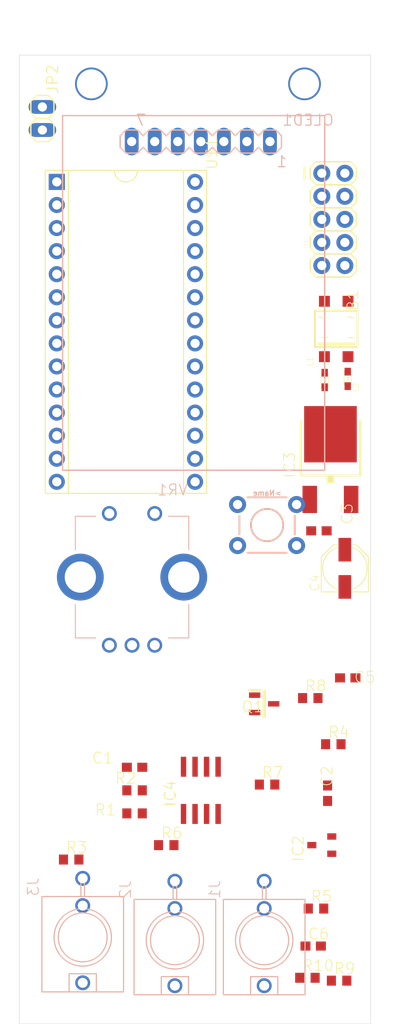
<source format=kicad_pcb>
(kicad_pcb (version 20171130) (host pcbnew "(5.1.9)-1")

  (general
    (thickness 1.6)
    (drawings 8)
    (tracks 2)
    (zones 0)
    (modules 32)
    (nets 63)
  )

  (page A4)
  (layers
    (0 Top signal)
    (31 Bottom signal)
    (32 B.Adhes user)
    (33 F.Adhes user)
    (34 B.Paste user)
    (35 F.Paste user)
    (36 B.SilkS user)
    (37 F.SilkS user)
    (38 B.Mask user)
    (39 F.Mask user)
    (40 Dwgs.User user)
    (41 Cmts.User user)
    (42 Eco1.User user)
    (43 Eco2.User user)
    (44 Edge.Cuts user)
    (45 Margin user)
    (46 B.CrtYd user)
    (47 F.CrtYd user)
    (48 B.Fab user)
    (49 F.Fab user)
  )

  (setup
    (last_trace_width 0.25)
    (trace_clearance 0.1524)
    (zone_clearance 0.508)
    (zone_45_only no)
    (trace_min 0.2)
    (via_size 0.8)
    (via_drill 0.4)
    (via_min_size 0.4)
    (via_min_drill 0.3)
    (uvia_size 0.3)
    (uvia_drill 0.1)
    (uvias_allowed no)
    (uvia_min_size 0.2)
    (uvia_min_drill 0.1)
    (edge_width 0.05)
    (segment_width 0.2)
    (pcb_text_width 0.3)
    (pcb_text_size 1.5 1.5)
    (mod_edge_width 0.12)
    (mod_text_size 1 1)
    (mod_text_width 0.15)
    (pad_size 1.524 1.524)
    (pad_drill 0.762)
    (pad_to_mask_clearance 0)
    (aux_axis_origin 0 0)
    (visible_elements FFFFFF7F)
    (pcbplotparams
      (layerselection 0x010fc_ffffffff)
      (usegerberextensions false)
      (usegerberattributes true)
      (usegerberadvancedattributes true)
      (creategerberjobfile true)
      (excludeedgelayer true)
      (linewidth 0.100000)
      (plotframeref false)
      (viasonmask false)
      (mode 1)
      (useauxorigin false)
      (hpglpennumber 1)
      (hpglpenspeed 20)
      (hpglpendiameter 15.000000)
      (psnegative false)
      (psa4output false)
      (plotreference true)
      (plotvalue true)
      (plotinvisibletext false)
      (padsonsilk false)
      (subtractmaskfromsilk false)
      (outputformat 1)
      (mirror false)
      (drillshape 1)
      (scaleselection 1)
      (outputdirectory ""))
  )

  (net 0 "")
  (net 1 GND)
  (net 2 -12V)
  (net 3 +5V)
  (net 4 X1)
  (net 5 X2)
  (net 6 +12V)
  (net 7 "Net-(J1-PadP$2)")
  (net 8 "Net-(J1-PadP$1)")
  (net 9 "Net-(J2-PadP$3)")
  (net 10 "Net-(J2-PadP$2)")
  (net 11 "Net-(J2-PadP$1)")
  (net 12 "Net-(C1-Pad1)")
  (net 13 /euroosc_1/AREF_-10)
  (net 14 /euroosc_1/INP_1)
  (net 15 /euroosc_1/+3V3)
  (net 16 "Net-(OLED1-Pad5)")
  (net 17 "Net-(OLED1-Pad4)")
  (net 18 "Net-(OLED1-Pad3)")
  (net 19 "Net-(OLED1-Pad2)")
  (net 20 "Net-(OLED1-Pad1)")
  (net 21 "Net-(JP2-Pad1)")
  (net 22 "Net-(B1-Pad+)")
  (net 23 "Net-(B1-Pad-)")
  (net 24 "Net-(J3-PadP$2)")
  (net 25 "Net-(J3-PadP$1)")
  (net 26 "Net-(VR1-PadMH2)")
  (net 27 "Net-(VR1-PadMH1)")
  (net 28 "Net-(VR1-PadC1)")
  (net 29 "Net-(VR1-PadB1)")
  (net 30 "Net-(VR1-PadA1)")
  (net 31 "Net-(VR1-Pad2)")
  (net 32 "Net-(VR1-Pad1)")
  (net 33 "Net-(C6-Pad1)")
  (net 34 /euroosc_1/INP_2)
  (net 35 "Net-(Q1-Pad3)")
  (net 36 "Net-(Q1-Pad1)")
  (net 37 "Net-(R6-Pad2)")
  (net 38 "Net-(R6-Pad1)")
  (net 39 "Net-(S1-Pad3)")
  (net 40 "Net-(S1-Pad1)")
  (net 41 "Net-(U$1-PadD23/A9)")
  (net 42 "Net-(U$1-PadD22/A8)")
  (net 43 "Net-(U$1-PadD21/A7)")
  (net 44 "Net-(U$1-PadD20)")
  (net 45 "Net-(U$1-PadD19)")
  (net 46 "Net-(U$1-PadD18)")
  (net 47 "Net-(U$1-PadD17)")
  (net 48 "Net-(U$1-PadD14)")
  (net 49 "Net-(U$1-PadD13)")
  (net 50 "Net-(U$1-PadD12)")
  (net 51 "Net-(U$1-PadD11)")
  (net 52 "Net-(U$1-PadD10)")
  (net 53 "Net-(U$1-PadD9)")
  (net 54 "Net-(U$1-PadD8)")
  (net 55 "Net-(U$1-PadD7)")
  (net 56 "Net-(U$1-PadD6)")
  (net 57 "Net-(U$1-PadD5)")
  (net 58 "Net-(U$1-PadD4)")
  (net 59 "Net-(U$1-PadD3)")
  (net 60 "Net-(U$1-PadD2)")
  (net 61 "Net-(U$1-PadD1)")
  (net 62 "Net-(U$1-PadD0)")

  (net_class Default "This is the default net class."
    (clearance 0.1524)
    (trace_width 0.25)
    (via_dia 0.8)
    (via_drill 0.4)
    (uvia_dia 0.3)
    (uvia_drill 0.1)
    (add_net +12V)
    (add_net +5V)
    (add_net -12V)
    (add_net /euroosc_1/+3V3)
    (add_net /euroosc_1/AREF_-10)
    (add_net /euroosc_1/INP_1)
    (add_net /euroosc_1/INP_2)
    (add_net GND)
    (add_net "Net-(B1-Pad+)")
    (add_net "Net-(B1-Pad-)")
    (add_net "Net-(C1-Pad1)")
    (add_net "Net-(C6-Pad1)")
    (add_net "Net-(J1-PadP$1)")
    (add_net "Net-(J1-PadP$2)")
    (add_net "Net-(J2-PadP$1)")
    (add_net "Net-(J2-PadP$2)")
    (add_net "Net-(J2-PadP$3)")
    (add_net "Net-(J3-PadP$1)")
    (add_net "Net-(J3-PadP$2)")
    (add_net "Net-(JP2-Pad1)")
    (add_net "Net-(OLED1-Pad1)")
    (add_net "Net-(OLED1-Pad2)")
    (add_net "Net-(OLED1-Pad3)")
    (add_net "Net-(OLED1-Pad4)")
    (add_net "Net-(OLED1-Pad5)")
    (add_net "Net-(Q1-Pad1)")
    (add_net "Net-(Q1-Pad3)")
    (add_net "Net-(R6-Pad1)")
    (add_net "Net-(R6-Pad2)")
    (add_net "Net-(S1-Pad1)")
    (add_net "Net-(S1-Pad3)")
    (add_net "Net-(U$1-PadD0)")
    (add_net "Net-(U$1-PadD1)")
    (add_net "Net-(U$1-PadD10)")
    (add_net "Net-(U$1-PadD11)")
    (add_net "Net-(U$1-PadD12)")
    (add_net "Net-(U$1-PadD13)")
    (add_net "Net-(U$1-PadD14)")
    (add_net "Net-(U$1-PadD17)")
    (add_net "Net-(U$1-PadD18)")
    (add_net "Net-(U$1-PadD19)")
    (add_net "Net-(U$1-PadD2)")
    (add_net "Net-(U$1-PadD20)")
    (add_net "Net-(U$1-PadD21/A7)")
    (add_net "Net-(U$1-PadD22/A8)")
    (add_net "Net-(U$1-PadD23/A9)")
    (add_net "Net-(U$1-PadD3)")
    (add_net "Net-(U$1-PadD4)")
    (add_net "Net-(U$1-PadD5)")
    (add_net "Net-(U$1-PadD6)")
    (add_net "Net-(U$1-PadD7)")
    (add_net "Net-(U$1-PadD8)")
    (add_net "Net-(U$1-PadD9)")
    (add_net "Net-(VR1-Pad1)")
    (add_net "Net-(VR1-Pad2)")
    (add_net "Net-(VR1-PadA1)")
    (add_net "Net-(VR1-PadB1)")
    (add_net "Net-(VR1-PadC1)")
    (add_net "Net-(VR1-PadMH1)")
    (add_net "Net-(VR1-PadMH2)")
    (add_net X1)
    (add_net X2)
  )

  (module euroosc:C0603 (layer Top) (tedit 0) (tstamp 601B2186)
    (at 141.83985 130.0811 180)
    (descr <b>CAPACITOR</b>)
    (path /601B3F32/6F15D83B)
    (fp_text reference C1 (at 4.7625 0.3175) (layer F.SilkS)
      (effects (font (size 1.2065 1.2065) (thickness 0.09652)) (justify left bottom))
    )
    (fp_text value 1n (at 2.2225 0.3175) (layer F.Fab)
      (effects (font (size 1.2065 1.2065) (thickness 0.09652)) (justify left bottom))
    )
    (fp_poly (pts (xy -0.1999 0.3) (xy 0.1999 0.3) (xy 0.1999 -0.3) (xy -0.1999 -0.3)) (layer F.Adhes) (width 0))
    (fp_poly (pts (xy 0.3302 0.4699) (xy 0.8303 0.4699) (xy 0.8303 -0.4801) (xy 0.3302 -0.4801)) (layer F.Fab) (width 0))
    (fp_poly (pts (xy -0.8382 0.4699) (xy -0.3381 0.4699) (xy -0.3381 -0.4801) (xy -0.8382 -0.4801)) (layer F.Fab) (width 0))
    (fp_line (start -0.356 0.419) (end 0.356 0.419) (layer F.Fab) (width 0.1016))
    (fp_line (start -0.356 -0.432) (end 0.356 -0.432) (layer F.Fab) (width 0.1016))
    (fp_line (start -1.473 0.983) (end -1.473 -0.983) (layer Dwgs.User) (width 0.0508))
    (fp_line (start 1.473 0.983) (end -1.473 0.983) (layer Dwgs.User) (width 0.0508))
    (fp_line (start 1.473 -0.983) (end 1.473 0.983) (layer Dwgs.User) (width 0.0508))
    (fp_line (start -1.473 -0.983) (end 1.473 -0.983) (layer Dwgs.User) (width 0.0508))
    (pad 2 smd rect (at 0.85 0 180) (size 1.1 1) (layers Top F.Paste F.Mask)
      (net 14 /euroosc_1/INP_1) (solder_mask_margin 0.1016))
    (pad 1 smd rect (at -0.85 0 180) (size 1.1 1) (layers Top F.Paste F.Mask)
      (net 12 "Net-(C1-Pad1)") (solder_mask_margin 0.1016))
  )

  (module euroosc:C0603 (layer Top) (tedit 0) (tstamp 601B2194)
    (at 163.11235 132.9386 270)
    (descr <b>CAPACITOR</b>)
    (path /601B3F32/AEC71D01)
    (fp_text reference C2 (at -0.635 -0.635 90) (layer F.SilkS)
      (effects (font (size 1.2065 1.2065) (thickness 0.09652)) (justify left bottom))
    )
    (fp_text value 100n (at -0.635 1.905 90) (layer F.Fab)
      (effects (font (size 1.2065 1.2065) (thickness 0.09652)) (justify left bottom))
    )
    (fp_poly (pts (xy -0.1999 0.3) (xy 0.1999 0.3) (xy 0.1999 -0.3) (xy -0.1999 -0.3)) (layer F.Adhes) (width 0))
    (fp_poly (pts (xy 0.3302 0.4699) (xy 0.8303 0.4699) (xy 0.8303 -0.4801) (xy 0.3302 -0.4801)) (layer F.Fab) (width 0))
    (fp_poly (pts (xy -0.8382 0.4699) (xy -0.3381 0.4699) (xy -0.3381 -0.4801) (xy -0.8382 -0.4801)) (layer F.Fab) (width 0))
    (fp_line (start -0.356 0.419) (end 0.356 0.419) (layer F.Fab) (width 0.1016))
    (fp_line (start -0.356 -0.432) (end 0.356 -0.432) (layer F.Fab) (width 0.1016))
    (fp_line (start -1.473 0.983) (end -1.473 -0.983) (layer Dwgs.User) (width 0.0508))
    (fp_line (start 1.473 0.983) (end -1.473 0.983) (layer Dwgs.User) (width 0.0508))
    (fp_line (start 1.473 -0.983) (end 1.473 0.983) (layer Dwgs.User) (width 0.0508))
    (fp_line (start -1.473 -0.983) (end 1.473 -0.983) (layer Dwgs.User) (width 0.0508))
    (pad 2 smd rect (at 0.85 0 270) (size 1.1 1) (layers Top F.Paste F.Mask)
      (net 1 GND) (solder_mask_margin 0.1016))
    (pad 1 smd rect (at -0.85 0 270) (size 1.1 1) (layers Top F.Paste F.Mask)
      (net 13 /euroosc_1/AREF_-10) (solder_mask_margin 0.1016))
  )

  (module euroosc:DBZ_R-PDSO-G3 (layer Top) (tedit 0) (tstamp 601B21A2)
    (at 162.47735 138.6536 90)
    (descr "<b>DBZ (R-PDSO-G3)</b> SOT-23<p>\nSource: http://focus.ti.com/lit/ds/slcs146e/slcs146e.pdf")
    (path /601B3F32/BC34DC86)
    (fp_text reference IC2 (at -1.905 -1.905 90) (layer F.SilkS)
      (effects (font (size 1.2065 1.2065) (thickness 0.09652)) (justify left bottom))
    )
    (fp_text value LM4041DBZ (at -1.905 3.175 90) (layer F.Fab)
      (effects (font (size 1.2065 1.2065) (thickness 0.09652)) (justify left bottom))
    )
    (fp_poly (pts (xy -0.5001 0.3) (xy 0.5001 0.3) (xy 0.5001 -0.3) (xy -0.5001 -0.3)) (layer F.Adhes) (width 0))
    (fp_poly (pts (xy -1.1684 1.2954) (xy -0.7112 1.2954) (xy -0.7112 0.7112) (xy -1.1684 0.7112)) (layer F.Fab) (width 0))
    (fp_poly (pts (xy 0.7112 1.2954) (xy 1.1684 1.2954) (xy 1.1684 0.7112) (xy 0.7112 0.7112)) (layer F.Fab) (width 0))
    (fp_poly (pts (xy -0.2286 -0.7112) (xy 0.2286 -0.7112) (xy 0.2286 -1.2954) (xy -0.2286 -1.2954)) (layer F.Fab) (width 0))
    (fp_line (start -1.422 -0.66) (end 1.422 -0.66) (layer F.Fab) (width 0.1524))
    (fp_line (start -1.422 0.66) (end -1.422 -0.66) (layer F.Fab) (width 0.1524))
    (fp_line (start 1.422 0.66) (end -1.422 0.66) (layer F.Fab) (width 0.1524))
    (fp_line (start 1.422 -0.66) (end 1.422 0.66) (layer F.Fab) (width 0.1524))
    (fp_line (start 1.973 -1.983) (end 1.973 1.983) (layer Dwgs.User) (width 0.0508))
    (fp_line (start -1.973 1.983) (end -1.973 -1.983) (layer Dwgs.User) (width 0.0508))
    (fp_line (start 1.973 1.983) (end -1.973 1.983) (layer Dwgs.User) (width 0.0508))
    (fp_line (start -1.973 -1.983) (end 1.973 -1.983) (layer Dwgs.User) (width 0.0508))
    (pad 3 smd rect (at 0 -1.1 90) (size 0.7 1) (layers Top F.Paste F.Mask)
      (solder_mask_margin 0.1016))
    (pad 2 smd rect (at 0.95 1.1 90) (size 0.7 1) (layers Top F.Paste F.Mask)
      (net 13 /euroosc_1/AREF_-10) (solder_mask_margin 0.1016))
    (pad 1 smd rect (at -0.95 1.1 90) (size 0.7 1) (layers Top F.Paste F.Mask)
      (net 1 GND) (solder_mask_margin 0.1016))
  )

  (module euroosc:WQP-PJ301M-12_JACK (layer Bottom) (tedit 0) (tstamp 601B21B4)
    (at 156.12735 149.1311)
    (path /601B3F32/449C7C68)
    (fp_text reference J1 (at -4.7498 -4.4704 -90) (layer B.SilkS)
      (effects (font (size 1.2065 1.2065) (thickness 0.09652)) (justify right bottom mirror))
    )
    (fp_text value WQP-PJ301M-12_JACK (at 0 0) (layer B.SilkS) hide
      (effects (font (size 1.27 1.27) (thickness 0.15)) (justify mirror))
    )
    (fp_poly (pts (xy -2.8 -2.8) (xy 2.8 -2.8) (xy 2.8 2.8) (xy -2.8 2.8)) (layer Dwgs.User) (width 0))
    (fp_line (start 0.2 -6.7) (end 0.2 -4.5) (layer B.SilkS) (width 0.127))
    (fp_line (start -0.2 -6.7) (end 0.2 -6.7) (layer B.SilkS) (width 0.127))
    (fp_line (start -0.2 -4.6) (end -0.2 -6.7) (layer B.SilkS) (width 0.127))
    (fp_circle (center 0 0) (end 2.690721 0) (layer B.SilkS) (width 0.127))
    (fp_line (start 1.5 4) (end 1.5 6) (layer B.SilkS) (width 0.127))
    (fp_line (start -1.5 4) (end 1.5 4) (layer B.SilkS) (width 0.127))
    (fp_line (start -1.5 6) (end -1.5 4) (layer B.SilkS) (width 0.127))
    (fp_circle (center 0 0) (end 3.162275 0) (layer B.SilkS) (width 0.127))
    (fp_line (start 4.5 -4.5) (end 4.5 6) (layer B.SilkS) (width 0.127))
    (fp_line (start 0.2 -4.5) (end 4.5 -4.5) (layer B.SilkS) (width 0.127))
    (fp_line (start -4.5 -4.5) (end 0.2 -4.5) (layer B.SilkS) (width 0.127))
    (fp_line (start -4.5 6) (end -4.5 -4.5) (layer B.SilkS) (width 0.127))
    (fp_line (start 1.5 6) (end 4.5 6) (layer B.SilkS) (width 0.127))
    (fp_line (start -1.5 6) (end 1.5 6) (layer B.SilkS) (width 0.127))
    (fp_line (start -4.5 6) (end -1.5 6) (layer B.SilkS) (width 0.127))
    (pad P$3 thru_hole circle (at 0 -6.5) (size 1.65 1.65) (drill 1.1) (layers *.Cu *.Mask)
      (net 1 GND) (solder_mask_margin 0.1016))
    (pad P$2 thru_hole circle (at 0 -3.5) (size 1.65 1.65) (drill 1.1) (layers *.Cu *.Mask)
      (net 7 "Net-(J1-PadP$2)") (solder_mask_margin 0.1016))
    (pad P$1 thru_hole circle (at 0 5) (size 1.65 1.65) (drill 1.1) (layers *.Cu *.Mask)
      (net 8 "Net-(J1-PadP$1)") (solder_mask_margin 0.1016) (zone_connect 2))
  )

  (module euroosc:WQP-PJ301M-12_JACK (layer Bottom) (tedit 0) (tstamp 601B21CA)
    (at 146.28485 149.1311)
    (path /601B3F32/C3E76336)
    (fp_text reference J2 (at -4.7498 -4.4704 -90) (layer B.SilkS)
      (effects (font (size 1.2065 1.2065) (thickness 0.09652)) (justify right bottom mirror))
    )
    (fp_text value WQP-PJ301M-12_JACK (at 0 0) (layer B.SilkS) hide
      (effects (font (size 1.27 1.27) (thickness 0.15)) (justify mirror))
    )
    (fp_poly (pts (xy -2.8 -2.8) (xy 2.8 -2.8) (xy 2.8 2.8) (xy -2.8 2.8)) (layer Dwgs.User) (width 0))
    (fp_line (start 0.2 -6.7) (end 0.2 -4.5) (layer B.SilkS) (width 0.127))
    (fp_line (start -0.2 -6.7) (end 0.2 -6.7) (layer B.SilkS) (width 0.127))
    (fp_line (start -0.2 -4.6) (end -0.2 -6.7) (layer B.SilkS) (width 0.127))
    (fp_circle (center 0 0) (end 2.690721 0) (layer B.SilkS) (width 0.127))
    (fp_line (start 1.5 4) (end 1.5 6) (layer B.SilkS) (width 0.127))
    (fp_line (start -1.5 4) (end 1.5 4) (layer B.SilkS) (width 0.127))
    (fp_line (start -1.5 6) (end -1.5 4) (layer B.SilkS) (width 0.127))
    (fp_circle (center 0 0) (end 3.162275 0) (layer B.SilkS) (width 0.127))
    (fp_line (start 4.5 -4.5) (end 4.5 6) (layer B.SilkS) (width 0.127))
    (fp_line (start 0.2 -4.5) (end 4.5 -4.5) (layer B.SilkS) (width 0.127))
    (fp_line (start -4.5 -4.5) (end 0.2 -4.5) (layer B.SilkS) (width 0.127))
    (fp_line (start -4.5 6) (end -4.5 -4.5) (layer B.SilkS) (width 0.127))
    (fp_line (start 1.5 6) (end 4.5 6) (layer B.SilkS) (width 0.127))
    (fp_line (start -1.5 6) (end 1.5 6) (layer B.SilkS) (width 0.127))
    (fp_line (start -4.5 6) (end -1.5 6) (layer B.SilkS) (width 0.127))
    (pad P$3 thru_hole circle (at 0 -6.5) (size 1.65 1.65) (drill 1.1) (layers *.Cu *.Mask)
      (net 9 "Net-(J2-PadP$3)") (solder_mask_margin 0.1016))
    (pad P$2 thru_hole circle (at 0 -3.5) (size 1.65 1.65) (drill 1.1) (layers *.Cu *.Mask)
      (net 10 "Net-(J2-PadP$2)") (solder_mask_margin 0.1016))
    (pad P$1 thru_hole circle (at 0 5) (size 1.65 1.65) (drill 1.1) (layers *.Cu *.Mask)
      (net 11 "Net-(J2-PadP$1)") (solder_mask_margin 0.1016) (zone_connect 2))
  )

  (module euroosc:AVR_ICSP (layer Top) (tedit 0) (tstamp 601B21E0)
    (at 163.74735 69.7561)
    (descr "<b>PIN HEADER</b>")
    (path /601B3F32/0B60073D)
    (fp_text reference JP1 (at -2.794 3.302 90) (layer F.SilkS)
      (effects (font (size 0.38608 0.38608) (thickness 0.030886)) (justify left bottom))
    )
    (fp_text value M05X2PTH (at -2.794 0.254 90) (layer F.Fab)
      (effects (font (size 0.38608 0.38608) (thickness 0.030886)) (justify left bottom))
    )
    (fp_poly (pts (xy 1.016 2.794) (xy 1.524 2.794) (xy 1.524 2.286) (xy 1.016 2.286)) (layer F.Fab) (width 0))
    (fp_poly (pts (xy -1.524 2.794) (xy -1.016 2.794) (xy -1.016 2.286) (xy -1.524 2.286)) (layer F.Fab) (width 0))
    (fp_poly (pts (xy -1.524 5.334) (xy -1.016 5.334) (xy -1.016 4.826) (xy -1.524 4.826)) (layer F.Fab) (width 0))
    (fp_poly (pts (xy 1.016 5.334) (xy 1.524 5.334) (xy 1.524 4.826) (xy 1.016 4.826)) (layer F.Fab) (width 0))
    (fp_poly (pts (xy -1.524 0.254) (xy -1.016 0.254) (xy -1.016 -0.254) (xy -1.524 -0.254)) (layer F.SilkS) (width 0))
    (fp_poly (pts (xy 1.016 0.254) (xy 1.524 0.254) (xy 1.524 -0.254) (xy 1.016 -0.254)) (layer F.Fab) (width 0))
    (fp_poly (pts (xy -1.524 -2.286) (xy -1.016 -2.286) (xy -1.016 -2.794) (xy -1.524 -2.794)) (layer F.Fab) (width 0))
    (fp_poly (pts (xy 1.016 -2.286) (xy 1.524 -2.286) (xy 1.524 -2.794) (xy 1.016 -2.794)) (layer F.Fab) (width 0))
    (fp_poly (pts (xy 1.016 -4.826) (xy 1.524 -4.826) (xy 1.524 -5.334) (xy 1.016 -5.334)) (layer F.Fab) (width 0))
    (fp_poly (pts (xy -1.524 -4.826) (xy -1.016 -4.826) (xy -1.016 -5.334) (xy -1.524 -5.334)) (layer F.Fab) (width 0))
    (fp_line (start -3.175 -5.715) (end -3.175 -4.445) (layer F.SilkS) (width 0.2032))
    (fp_line (start -2.54 4.445) (end -2.54 5.715) (layer F.SilkS) (width 0.1524))
    (fp_line (start 1.905 6.35) (end -1.905 6.35) (layer F.SilkS) (width 0.1524))
    (fp_line (start 2.54 5.715) (end 1.905 6.35) (layer F.SilkS) (width 0.1524))
    (fp_line (start 2.54 4.445) (end 2.54 5.715) (layer F.SilkS) (width 0.1524))
    (fp_line (start 1.905 3.81) (end 2.54 4.445) (layer F.SilkS) (width 0.1524))
    (fp_line (start -2.54 5.715) (end -1.905 6.35) (layer F.SilkS) (width 0.1524))
    (fp_line (start -1.905 3.81) (end -2.54 4.445) (layer F.SilkS) (width 0.1524))
    (fp_line (start -2.54 -5.715) (end -2.54 -4.445) (layer F.SilkS) (width 0.1524))
    (fp_line (start -2.54 -3.175) (end -2.54 -1.905) (layer F.SilkS) (width 0.1524))
    (fp_line (start -2.54 -0.635) (end -2.54 0.635) (layer F.SilkS) (width 0.1524))
    (fp_line (start -2.54 1.905) (end -2.54 3.175) (layer F.SilkS) (width 0.1524))
    (fp_line (start 1.905 3.81) (end -1.905 3.81) (layer F.SilkS) (width 0.1524))
    (fp_line (start 1.905 1.27) (end -1.905 1.27) (layer F.SilkS) (width 0.1524))
    (fp_line (start 1.905 -1.27) (end -1.905 -1.27) (layer F.SilkS) (width 0.1524))
    (fp_line (start 1.905 -3.81) (end -1.905 -3.81) (layer F.SilkS) (width 0.1524))
    (fp_line (start 2.54 3.175) (end 1.905 3.81) (layer F.SilkS) (width 0.1524))
    (fp_line (start 2.54 1.905) (end 2.54 3.175) (layer F.SilkS) (width 0.1524))
    (fp_line (start 1.905 1.27) (end 2.54 1.905) (layer F.SilkS) (width 0.1524))
    (fp_line (start 2.54 0.635) (end 1.905 1.27) (layer F.SilkS) (width 0.1524))
    (fp_line (start 2.54 -0.635) (end 2.54 0.635) (layer F.SilkS) (width 0.1524))
    (fp_line (start 1.905 -1.27) (end 2.54 -0.635) (layer F.SilkS) (width 0.1524))
    (fp_line (start 2.54 -1.905) (end 1.905 -1.27) (layer F.SilkS) (width 0.1524))
    (fp_line (start 2.54 -3.175) (end 2.54 -1.905) (layer F.SilkS) (width 0.1524))
    (fp_line (start 1.905 -3.81) (end 2.54 -3.175) (layer F.SilkS) (width 0.1524))
    (fp_line (start 2.54 -4.445) (end 1.905 -3.81) (layer F.SilkS) (width 0.1524))
    (fp_line (start 2.54 -5.715) (end 2.54 -4.445) (layer F.SilkS) (width 0.1524))
    (fp_line (start 1.905 -6.35) (end 2.54 -5.715) (layer F.SilkS) (width 0.1524))
    (fp_line (start -1.905 -6.35) (end 1.905 -6.35) (layer F.SilkS) (width 0.1524))
    (fp_line (start -2.54 3.175) (end -1.905 3.81) (layer F.SilkS) (width 0.1524))
    (fp_line (start -1.905 1.27) (end -2.54 1.905) (layer F.SilkS) (width 0.1524))
    (fp_line (start -2.54 0.635) (end -1.905 1.27) (layer F.SilkS) (width 0.1524))
    (fp_line (start -1.905 -1.27) (end -2.54 -0.635) (layer F.SilkS) (width 0.1524))
    (fp_line (start -2.54 -1.905) (end -1.905 -1.27) (layer F.SilkS) (width 0.1524))
    (fp_line (start -1.905 -3.81) (end -2.54 -3.175) (layer F.SilkS) (width 0.1524))
    (fp_line (start -2.54 -4.445) (end -1.905 -3.81) (layer F.SilkS) (width 0.1524))
    (fp_line (start -1.905 -6.35) (end -2.54 -5.715) (layer F.SilkS) (width 0.1524))
    (pad 10 thru_hole circle (at 1.27 5.08 270) (size 1.8796 1.8796) (drill 1.016) (layers *.Cu *.Mask)
      (net 1 GND) (solder_mask_margin 0.1016))
    (pad 9 thru_hole circle (at -1.27 5.08 270) (size 1.8796 1.8796) (drill 1.016) (layers *.Cu *.Mask)
      (net 1 GND) (solder_mask_margin 0.1016))
    (pad 8 thru_hole circle (at 1.27 2.54 270) (size 1.8796 1.8796) (drill 1.016) (layers *.Cu *.Mask)
      (net 1 GND) (solder_mask_margin 0.1016))
    (pad 7 thru_hole circle (at -1.27 2.54 270) (size 1.8796 1.8796) (drill 1.016) (layers *.Cu *.Mask)
      (net 1 GND) (solder_mask_margin 0.1016))
    (pad 6 thru_hole circle (at 1.27 0 270) (size 1.8796 1.8796) (drill 1.016) (layers *.Cu *.Mask)
      (net 1 GND) (solder_mask_margin 0.1016))
    (pad 5 thru_hole circle (at -1.27 0 270) (size 1.8796 1.8796) (drill 1.016) (layers *.Cu *.Mask)
      (net 1 GND) (solder_mask_margin 0.1016))
    (pad 4 thru_hole circle (at 1.27 -2.54 270) (size 1.8796 1.8796) (drill 1.016) (layers *.Cu *.Mask)
      (net 1 GND) (solder_mask_margin 0.1016))
    (pad 3 thru_hole circle (at -1.27 -2.54 270) (size 1.8796 1.8796) (drill 1.016) (layers *.Cu *.Mask)
      (net 1 GND) (solder_mask_margin 0.1016))
    (pad 2 thru_hole circle (at 1.27 -5.08 270) (size 1.8796 1.8796) (drill 1.016) (layers *.Cu *.Mask)
      (net 1 GND) (solder_mask_margin 0.1016))
    (pad 1 thru_hole circle (at -1.27 -5.08 270) (size 1.8796 1.8796) (drill 1.016) (layers *.Cu *.Mask)
      (net 1 GND) (solder_mask_margin 0.1016))
  )

  (module euroosc:R0603 (layer Top) (tedit 0) (tstamp 601B221C)
    (at 141.83985 135.1611)
    (descr <b>RESISTOR</b>)
    (path /601B3F32/413CE448)
    (fp_text reference R1 (at -4.445 0.3175) (layer F.SilkS)
      (effects (font (size 1.2065 1.2065) (thickness 0.09652)) (justify left bottom))
    )
    (fp_text value 200K (at -5.715 1.905) (layer F.Fab)
      (effects (font (size 1.2065 1.2065) (thickness 0.09652)) (justify left bottom))
    )
    (fp_poly (pts (xy -0.1999 0.4001) (xy 0.1999 0.4001) (xy 0.1999 -0.4001) (xy -0.1999 -0.4001)) (layer F.Adhes) (width 0))
    (fp_poly (pts (xy -0.8382 0.4318) (xy -0.4318 0.4318) (xy -0.4318 -0.4318) (xy -0.8382 -0.4318)) (layer F.Fab) (width 0))
    (fp_poly (pts (xy 0.4318 0.4318) (xy 0.8382 0.4318) (xy 0.8382 -0.4318) (xy 0.4318 -0.4318)) (layer F.Fab) (width 0))
    (fp_line (start -1.473 0.983) (end -1.473 -0.983) (layer Dwgs.User) (width 0.0508))
    (fp_line (start 1.473 0.983) (end -1.473 0.983) (layer Dwgs.User) (width 0.0508))
    (fp_line (start 1.473 -0.983) (end 1.473 0.983) (layer Dwgs.User) (width 0.0508))
    (fp_line (start -1.473 -0.983) (end 1.473 -0.983) (layer Dwgs.User) (width 0.0508))
    (fp_line (start 0.432 -0.356) (end -0.432 -0.356) (layer F.Fab) (width 0.1524))
    (fp_line (start -0.432 0.356) (end 0.432 0.356) (layer F.Fab) (width 0.1524))
    (pad 2 smd rect (at 0.85 0) (size 1 1.1) (layers Top F.Paste F.Mask)
      (net 12 "Net-(C1-Pad1)") (solder_mask_margin 0.1016))
    (pad 1 smd rect (at -0.85 0) (size 1 1.1) (layers Top F.Paste F.Mask)
      (net 13 /euroosc_1/AREF_-10) (solder_mask_margin 0.1016))
  )

  (module euroosc:R0603 (layer Top) (tedit 0) (tstamp 601B222A)
    (at 141.83985 132.6211 180)
    (descr <b>RESISTOR</b>)
    (path /601B3F32/D4308329)
    (fp_text reference R2 (at 2.2225 0.635) (layer F.SilkS)
      (effects (font (size 1.2065 1.2065) (thickness 0.09652)) (justify left bottom))
    )
    (fp_text value 33K (at -4.7625 0.635) (layer F.Fab)
      (effects (font (size 1.2065 1.2065) (thickness 0.09652)) (justify left bottom))
    )
    (fp_poly (pts (xy -0.1999 0.4001) (xy 0.1999 0.4001) (xy 0.1999 -0.4001) (xy -0.1999 -0.4001)) (layer F.Adhes) (width 0))
    (fp_poly (pts (xy -0.8382 0.4318) (xy -0.4318 0.4318) (xy -0.4318 -0.4318) (xy -0.8382 -0.4318)) (layer F.Fab) (width 0))
    (fp_poly (pts (xy 0.4318 0.4318) (xy 0.8382 0.4318) (xy 0.8382 -0.4318) (xy 0.4318 -0.4318)) (layer F.Fab) (width 0))
    (fp_line (start -1.473 0.983) (end -1.473 -0.983) (layer Dwgs.User) (width 0.0508))
    (fp_line (start 1.473 0.983) (end -1.473 0.983) (layer Dwgs.User) (width 0.0508))
    (fp_line (start 1.473 -0.983) (end 1.473 0.983) (layer Dwgs.User) (width 0.0508))
    (fp_line (start -1.473 -0.983) (end 1.473 -0.983) (layer Dwgs.User) (width 0.0508))
    (fp_line (start 0.432 -0.356) (end -0.432 -0.356) (layer F.Fab) (width 0.1524))
    (fp_line (start -0.432 0.356) (end 0.432 0.356) (layer F.Fab) (width 0.1524))
    (pad 2 smd rect (at 0.85 0 180) (size 1 1.1) (layers Top F.Paste F.Mask)
      (net 14 /euroosc_1/INP_1) (solder_mask_margin 0.1016))
    (pad 1 smd rect (at -0.85 0 180) (size 1 1.1) (layers Top F.Paste F.Mask)
      (net 12 "Net-(C1-Pad1)") (solder_mask_margin 0.1016))
  )

  (module euroosc:R0603 (layer Top) (tedit 0) (tstamp 601B2238)
    (at 134.85485 140.2411)
    (descr <b>RESISTOR</b>)
    (path /601B3F32/B5500E06)
    (fp_text reference R3 (at -0.635 -0.635) (layer F.SilkS)
      (effects (font (size 1.2065 1.2065) (thickness 0.09652)) (justify left bottom))
    )
    (fp_text value 200K (at -0.635 1.905) (layer F.Fab)
      (effects (font (size 1.2065 1.2065) (thickness 0.09652)) (justify left bottom))
    )
    (fp_poly (pts (xy -0.1999 0.4001) (xy 0.1999 0.4001) (xy 0.1999 -0.4001) (xy -0.1999 -0.4001)) (layer F.Adhes) (width 0))
    (fp_poly (pts (xy -0.8382 0.4318) (xy -0.4318 0.4318) (xy -0.4318 -0.4318) (xy -0.8382 -0.4318)) (layer F.Fab) (width 0))
    (fp_poly (pts (xy 0.4318 0.4318) (xy 0.8382 0.4318) (xy 0.8382 -0.4318) (xy 0.4318 -0.4318)) (layer F.Fab) (width 0))
    (fp_line (start -1.473 0.983) (end -1.473 -0.983) (layer Dwgs.User) (width 0.0508))
    (fp_line (start 1.473 0.983) (end -1.473 0.983) (layer Dwgs.User) (width 0.0508))
    (fp_line (start 1.473 -0.983) (end 1.473 0.983) (layer Dwgs.User) (width 0.0508))
    (fp_line (start -1.473 -0.983) (end 1.473 -0.983) (layer Dwgs.User) (width 0.0508))
    (fp_line (start 0.432 -0.356) (end -0.432 -0.356) (layer F.Fab) (width 0.1524))
    (fp_line (start -0.432 0.356) (end 0.432 0.356) (layer F.Fab) (width 0.1524))
    (pad 2 smd rect (at 0.85 0) (size 1 1.1) (layers Top F.Paste F.Mask)
      (net 12 "Net-(C1-Pad1)") (solder_mask_margin 0.1016))
    (pad 1 smd rect (at -0.85 0) (size 1 1.1) (layers Top F.Paste F.Mask)
      (net 8 "Net-(J1-PadP$1)") (solder_mask_margin 0.1016))
  )

  (module euroosc:R0603 (layer Top) (tedit 0) (tstamp 601B2246)
    (at 163.74735 127.5411)
    (descr <b>RESISTOR</b>)
    (path /601B3F32/6998F94A)
    (fp_text reference R4 (at -0.635 -0.635) (layer F.SilkS)
      (effects (font (size 1.2065 1.2065) (thickness 0.09652)) (justify left bottom))
    )
    (fp_text value 470R (at -0.635 1.905) (layer F.Fab)
      (effects (font (size 1.2065 1.2065) (thickness 0.09652)) (justify left bottom))
    )
    (fp_poly (pts (xy -0.1999 0.4001) (xy 0.1999 0.4001) (xy 0.1999 -0.4001) (xy -0.1999 -0.4001)) (layer F.Adhes) (width 0))
    (fp_poly (pts (xy -0.8382 0.4318) (xy -0.4318 0.4318) (xy -0.4318 -0.4318) (xy -0.8382 -0.4318)) (layer F.Fab) (width 0))
    (fp_poly (pts (xy 0.4318 0.4318) (xy 0.8382 0.4318) (xy 0.8382 -0.4318) (xy 0.4318 -0.4318)) (layer F.Fab) (width 0))
    (fp_line (start -1.473 0.983) (end -1.473 -0.983) (layer Dwgs.User) (width 0.0508))
    (fp_line (start 1.473 0.983) (end -1.473 0.983) (layer Dwgs.User) (width 0.0508))
    (fp_line (start 1.473 -0.983) (end 1.473 0.983) (layer Dwgs.User) (width 0.0508))
    (fp_line (start -1.473 -0.983) (end 1.473 -0.983) (layer Dwgs.User) (width 0.0508))
    (fp_line (start 0.432 -0.356) (end -0.432 -0.356) (layer F.Fab) (width 0.1524))
    (fp_line (start -0.432 0.356) (end 0.432 0.356) (layer F.Fab) (width 0.1524))
    (pad 2 smd rect (at 0.85 0) (size 1 1.1) (layers Top F.Paste F.Mask)
      (net 2 -12V) (solder_mask_margin 0.1016))
    (pad 1 smd rect (at -0.85 0) (size 1 1.1) (layers Top F.Paste F.Mask)
      (net 13 /euroosc_1/AREF_-10) (solder_mask_margin 0.1016))
  )

  (module euroosc:C0603 (layer Top) (tedit 0) (tstamp 601B2254)
    (at 162.15985 104.0461 180)
    (descr <b>CAPACITOR</b>)
    (path /601B3F32/EE7D9419)
    (fp_text reference C3 (at -3.81 0.635 90) (layer F.SilkS)
      (effects (font (size 1.2065 1.2065) (thickness 0.09652)) (justify left bottom))
    )
    (fp_text value 100n (at -1.905 1.27 90) (layer F.Fab)
      (effects (font (size 1.2065 1.2065) (thickness 0.09652)) (justify left bottom))
    )
    (fp_poly (pts (xy -0.1999 0.3) (xy 0.1999 0.3) (xy 0.1999 -0.3) (xy -0.1999 -0.3)) (layer F.Adhes) (width 0))
    (fp_poly (pts (xy 0.3302 0.4699) (xy 0.8303 0.4699) (xy 0.8303 -0.4801) (xy 0.3302 -0.4801)) (layer F.Fab) (width 0))
    (fp_poly (pts (xy -0.8382 0.4699) (xy -0.3381 0.4699) (xy -0.3381 -0.4801) (xy -0.8382 -0.4801)) (layer F.Fab) (width 0))
    (fp_line (start -0.356 0.419) (end 0.356 0.419) (layer F.Fab) (width 0.1016))
    (fp_line (start -0.356 -0.432) (end 0.356 -0.432) (layer F.Fab) (width 0.1016))
    (fp_line (start -1.473 0.983) (end -1.473 -0.983) (layer Dwgs.User) (width 0.0508))
    (fp_line (start 1.473 0.983) (end -1.473 0.983) (layer Dwgs.User) (width 0.0508))
    (fp_line (start 1.473 -0.983) (end 1.473 0.983) (layer Dwgs.User) (width 0.0508))
    (fp_line (start -1.473 -0.983) (end 1.473 -0.983) (layer Dwgs.User) (width 0.0508))
    (pad 2 smd rect (at 0.85 0 180) (size 1.1 1) (layers Top F.Paste F.Mask)
      (net 1 GND) (solder_mask_margin 0.1016))
    (pad 1 smd rect (at -0.85 0 180) (size 1.1 1) (layers Top F.Paste F.Mask)
      (net 3 +5V) (solder_mask_margin 0.1016))
  )

  (module euroosc:MA07-1 (layer Bottom) (tedit 0) (tstamp 601B2262)
    (at 149.14235 61.1836 180)
    (descr "<b>PIN HEADER</b>")
    (path /601B3F32/62471FC6)
    (fp_text reference OLED1 (at -8.89 1.651) (layer B.SilkS)
      (effects (font (size 1.2065 1.2065) (thickness 0.12065)) (justify right bottom mirror))
    )
    (fp_text value MA07-1 (at -2.54 -2.921) (layer B.Fab)
      (effects (font (size 1.2065 1.2065) (thickness 0.12065)) (justify right bottom mirror))
    )
    (fp_poly (pts (xy 7.366 -0.254) (xy 7.874 -0.254) (xy 7.874 0.254) (xy 7.366 0.254)) (layer B.Fab) (width 0))
    (fp_poly (pts (xy 4.826 -0.254) (xy 5.334 -0.254) (xy 5.334 0.254) (xy 4.826 0.254)) (layer B.Fab) (width 0))
    (fp_poly (pts (xy -0.254 -0.254) (xy 0.254 -0.254) (xy 0.254 0.254) (xy -0.254 0.254)) (layer B.Fab) (width 0))
    (fp_poly (pts (xy 2.286 -0.254) (xy 2.794 -0.254) (xy 2.794 0.254) (xy 2.286 0.254)) (layer B.Fab) (width 0))
    (fp_poly (pts (xy -2.794 -0.254) (xy -2.286 -0.254) (xy -2.286 0.254) (xy -2.794 0.254)) (layer B.Fab) (width 0))
    (fp_poly (pts (xy -7.874 -0.254) (xy -7.366 -0.254) (xy -7.366 0.254) (xy -7.874 0.254)) (layer B.Fab) (width 0))
    (fp_poly (pts (xy -5.334 -0.254) (xy -4.826 -0.254) (xy -4.826 0.254) (xy -5.334 0.254)) (layer B.Fab) (width 0))
    (fp_text user 7 (at 7.239 1.651 180) (layer B.SilkS)
      (effects (font (size 1.2065 1.2065) (thickness 0.127)) (justify right bottom mirror))
    )
    (fp_text user 1 (at -8.255 -2.921 180) (layer B.SilkS)
      (effects (font (size 1.2065 1.2065) (thickness 0.127)) (justify right bottom mirror))
    )
    (fp_line (start 8.255 -1.27) (end 6.985 -1.27) (layer B.SilkS) (width 0.1524))
    (fp_line (start 6.35 -0.635) (end 6.985 -1.27) (layer B.SilkS) (width 0.1524))
    (fp_line (start 6.985 1.27) (end 6.35 0.635) (layer B.SilkS) (width 0.1524))
    (fp_line (start 8.89 -0.635) (end 8.255 -1.27) (layer B.SilkS) (width 0.1524))
    (fp_line (start 8.89 0.635) (end 8.89 -0.635) (layer B.SilkS) (width 0.1524))
    (fp_line (start 8.255 1.27) (end 8.89 0.635) (layer B.SilkS) (width 0.1524))
    (fp_line (start 6.985 1.27) (end 8.255 1.27) (layer B.SilkS) (width 0.1524))
    (fp_line (start 4.445 -1.27) (end 3.81 -0.635) (layer B.SilkS) (width 0.1524))
    (fp_line (start 5.715 -1.27) (end 4.445 -1.27) (layer B.SilkS) (width 0.1524))
    (fp_line (start 6.35 -0.635) (end 5.715 -1.27) (layer B.SilkS) (width 0.1524))
    (fp_line (start 5.715 1.27) (end 6.35 0.635) (layer B.SilkS) (width 0.1524))
    (fp_line (start 4.445 1.27) (end 5.715 1.27) (layer B.SilkS) (width 0.1524))
    (fp_line (start 3.81 0.635) (end 4.445 1.27) (layer B.SilkS) (width 0.1524))
    (fp_line (start 0.635 -1.27) (end -0.635 -1.27) (layer B.SilkS) (width 0.1524))
    (fp_line (start -1.27 -0.635) (end -0.635 -1.27) (layer B.SilkS) (width 0.1524))
    (fp_line (start -0.635 1.27) (end -1.27 0.635) (layer B.SilkS) (width 0.1524))
    (fp_line (start 1.905 -1.27) (end 1.27 -0.635) (layer B.SilkS) (width 0.1524))
    (fp_line (start 3.175 -1.27) (end 1.905 -1.27) (layer B.SilkS) (width 0.1524))
    (fp_line (start 3.81 -0.635) (end 3.175 -1.27) (layer B.SilkS) (width 0.1524))
    (fp_line (start 3.175 1.27) (end 3.81 0.635) (layer B.SilkS) (width 0.1524))
    (fp_line (start 1.905 1.27) (end 3.175 1.27) (layer B.SilkS) (width 0.1524))
    (fp_line (start 1.27 0.635) (end 1.905 1.27) (layer B.SilkS) (width 0.1524))
    (fp_line (start 1.27 -0.635) (end 0.635 -1.27) (layer B.SilkS) (width 0.1524))
    (fp_line (start 0.635 1.27) (end 1.27 0.635) (layer B.SilkS) (width 0.1524))
    (fp_line (start -0.635 1.27) (end 0.635 1.27) (layer B.SilkS) (width 0.1524))
    (fp_line (start -3.175 -1.27) (end -3.81 -0.635) (layer B.SilkS) (width 0.1524))
    (fp_line (start -1.905 -1.27) (end -3.175 -1.27) (layer B.SilkS) (width 0.1524))
    (fp_line (start -1.27 -0.635) (end -1.905 -1.27) (layer B.SilkS) (width 0.1524))
    (fp_line (start -1.905 1.27) (end -1.27 0.635) (layer B.SilkS) (width 0.1524))
    (fp_line (start -3.175 1.27) (end -1.905 1.27) (layer B.SilkS) (width 0.1524))
    (fp_line (start -3.81 0.635) (end -3.175 1.27) (layer B.SilkS) (width 0.1524))
    (fp_line (start -6.985 -1.27) (end -8.255 -1.27) (layer B.SilkS) (width 0.1524))
    (fp_line (start -8.89 -0.635) (end -8.255 -1.27) (layer B.SilkS) (width 0.1524))
    (fp_line (start -8.255 1.27) (end -8.89 0.635) (layer B.SilkS) (width 0.1524))
    (fp_line (start -8.89 0.635) (end -8.89 -0.635) (layer B.SilkS) (width 0.1524))
    (fp_line (start -5.715 -1.27) (end -6.35 -0.635) (layer B.SilkS) (width 0.1524))
    (fp_line (start -4.445 -1.27) (end -5.715 -1.27) (layer B.SilkS) (width 0.1524))
    (fp_line (start -3.81 -0.635) (end -4.445 -1.27) (layer B.SilkS) (width 0.1524))
    (fp_line (start -4.445 1.27) (end -3.81 0.635) (layer B.SilkS) (width 0.1524))
    (fp_line (start -5.715 1.27) (end -4.445 1.27) (layer B.SilkS) (width 0.1524))
    (fp_line (start -6.35 0.635) (end -5.715 1.27) (layer B.SilkS) (width 0.1524))
    (fp_line (start -6.35 -0.635) (end -6.985 -1.27) (layer B.SilkS) (width 0.1524))
    (fp_line (start -6.985 1.27) (end -6.35 0.635) (layer B.SilkS) (width 0.1524))
    (fp_line (start -8.255 1.27) (end -6.985 1.27) (layer B.SilkS) (width 0.1524))
    (pad 7 thru_hole oval (at 7.62 0 90) (size 3.048 1.524) (drill 1.016) (layers *.Cu *.Mask)
      (net 1 GND) (solder_mask_margin 0.1016))
    (pad 6 thru_hole oval (at 5.08 0 90) (size 3.048 1.524) (drill 1.016) (layers *.Cu *.Mask)
      (net 15 /euroosc_1/+3V3) (solder_mask_margin 0.1016))
    (pad 5 thru_hole oval (at 2.54 0 90) (size 3.048 1.524) (drill 1.016) (layers *.Cu *.Mask)
      (net 16 "Net-(OLED1-Pad5)") (solder_mask_margin 0.1016))
    (pad 4 thru_hole oval (at 0 0 90) (size 3.048 1.524) (drill 1.016) (layers *.Cu *.Mask)
      (net 17 "Net-(OLED1-Pad4)") (solder_mask_margin 0.1016))
    (pad 3 thru_hole oval (at -2.54 0 90) (size 3.048 1.524) (drill 1.016) (layers *.Cu *.Mask)
      (net 18 "Net-(OLED1-Pad3)") (solder_mask_margin 0.1016))
    (pad 2 thru_hole oval (at -5.08 0 90) (size 3.048 1.524) (drill 1.016) (layers *.Cu *.Mask)
      (net 19 "Net-(OLED1-Pad2)") (solder_mask_margin 0.1016))
    (pad 1 thru_hole oval (at -7.62 0 90) (size 3.048 1.524) (drill 1.016) (layers *.Cu *.Mask)
      (net 20 "Net-(OLED1-Pad1)") (solder_mask_margin 0.1016))
  )

  (module euroosc:1X02 (layer Top) (tedit 0) (tstamp 601B22A1)
    (at 131.67985 58.6436 270)
    (descr "<b>PIN HEADER</b>")
    (path /601B3F32/BAFA783C)
    (fp_text reference JP2 (at -2.6162 -1.8288 90) (layer F.SilkS)
      (effects (font (size 1.2065 1.2065) (thickness 0.12065)) (justify left bottom))
    )
    (fp_text value PINHD-1X2 (at -2.54 3.175 90) (layer F.Fab)
      (effects (font (size 1.2065 1.2065) (thickness 0.09652)) (justify left bottom))
    )
    (fp_poly (pts (xy 1.016 0.254) (xy 1.524 0.254) (xy 1.524 -0.254) (xy 1.016 -0.254)) (layer F.Fab) (width 0))
    (fp_poly (pts (xy -1.524 0.254) (xy -1.016 0.254) (xy -1.016 -0.254) (xy -1.524 -0.254)) (layer F.Fab) (width 0))
    (fp_line (start 0.635 1.27) (end 0 0.635) (layer F.SilkS) (width 0.1524))
    (fp_line (start 1.905 1.27) (end 0.635 1.27) (layer F.SilkS) (width 0.1524))
    (fp_line (start 2.54 0.635) (end 1.905 1.27) (layer F.SilkS) (width 0.1524))
    (fp_line (start 2.54 -0.635) (end 2.54 0.635) (layer F.SilkS) (width 0.1524))
    (fp_line (start 1.905 -1.27) (end 2.54 -0.635) (layer F.SilkS) (width 0.1524))
    (fp_line (start 0.635 -1.27) (end 1.905 -1.27) (layer F.SilkS) (width 0.1524))
    (fp_line (start 0 -0.635) (end 0.635 -1.27) (layer F.SilkS) (width 0.1524))
    (fp_line (start -0.635 1.27) (end -1.905 1.27) (layer F.SilkS) (width 0.1524))
    (fp_line (start -2.54 0.635) (end -1.905 1.27) (layer F.SilkS) (width 0.1524))
    (fp_line (start -1.905 -1.27) (end -2.54 -0.635) (layer F.SilkS) (width 0.1524))
    (fp_line (start -2.54 -0.635) (end -2.54 0.635) (layer F.SilkS) (width 0.1524))
    (fp_line (start 0 0.635) (end -0.635 1.27) (layer F.SilkS) (width 0.1524))
    (fp_line (start 0 -0.635) (end 0 0.635) (layer F.SilkS) (width 0.1524))
    (fp_line (start -0.635 -1.27) (end 0 -0.635) (layer F.SilkS) (width 0.1524))
    (fp_line (start -1.905 -1.27) (end -0.635 -1.27) (layer F.SilkS) (width 0.1524))
    (pad 2 thru_hole oval (at 1.27 0) (size 3.048 1.524) (drill 1.016) (layers *.Cu *.Mask)
      (net 3 +5V) (solder_mask_margin 0.1016))
    (pad 1 thru_hole oval (at -1.27 0) (size 3.048 1.524) (drill 1.016) (layers *.Cu *.Mask)
      (net 21 "Net-(JP2-Pad1)") (solder_mask_margin 0.1016))
  )

  (module euroosc:SOIC-4 (layer Top) (tedit 0) (tstamp 601B22B7)
    (at 164.06485 81.8211 180)
    (descr "<b>SOIC-4 Package</b><p>\nSource: http://www.fairchildsemi.com/products/discrete/pdf/soic4_dim.pdf")
    (path /601B3F32/E7971931)
    (fp_text reference B1 (at -2.54 1.905 90) (layer F.SilkS)
      (effects (font (size 1.2065 1.2065) (thickness 0.09652)) (justify left bottom))
    )
    (fp_text value MBS (at 3.81 1.905 90) (layer F.Fab)
      (effects (font (size 1.2065 1.2065) (thickness 0.09652)) (justify left bottom))
    )
    (fp_poly (pts (xy -2.05 -1.5) (xy 2.05 -1.5) (xy 2.05 -1.8) (xy -2.05 -1.8)) (layer F.SilkS) (width 0))
    (fp_poly (pts (xy -0.95 2.05) (xy -1.75 2.05) (xy -1.75 3.45) (xy -0.95 3.45)) (layer F.Fab) (width 0))
    (fp_poly (pts (xy 1.75 2.05) (xy 0.95 2.05) (xy 0.95 3.45) (xy 1.75 3.45)) (layer F.Fab) (width 0))
    (fp_poly (pts (xy 0.95 -2.05) (xy 1.75 -2.05) (xy 1.75 -3.45) (xy 0.95 -3.45)) (layer F.Fab) (width 0))
    (fp_poly (pts (xy -1.75 -2.05) (xy -0.95 -2.05) (xy -0.95 -3.45) (xy -1.75 -3.45)) (layer F.Fab) (width 0))
    (fp_arc (start 1.725 1.148999) (end 1.875 1.275) (angle 99.939481) (layer F.SilkS) (width 0.1016))
    (fp_arc (start 1.425 1.401) (end 1.275 1.275) (angle 99.939481) (layer F.SilkS) (width 0.1016))
    (fp_arc (start -1.45 1.148999) (end -1.3 1.275) (angle 99.939481) (layer F.SilkS) (width 0.1016))
    (fp_arc (start -1.75 1.401) (end -1.9 1.275) (angle 99.939481) (layer F.SilkS) (width 0.1016))
    (fp_line (start 0.955 -0.945) (end 1.59 -0.945) (layer F.SilkS) (width 0.1016))
    (fp_line (start 1.27 -1.27) (end 1.27 -0.635) (layer F.SilkS) (width 0.1016))
    (fp_line (start -1.905 -0.97) (end -1.27 -0.97) (layer F.SilkS) (width 0.1016))
    (fp_line (start -2.35 2) (end -2.35 -2) (layer F.SilkS) (width 0.2032))
    (fp_line (start 2.35 2) (end -2.35 2) (layer F.SilkS) (width 0.2032))
    (fp_line (start 2.35 -2) (end 2.35 2) (layer F.SilkS) (width 0.2032))
    (fp_line (start -2.35 -2) (end 2.35 -2) (layer F.SilkS) (width 0.2032))
    (pad ~1 smd rect (at -1.3 3.05) (size 1.2 1.2) (layers Top F.Paste F.Mask)
      (net 1 GND) (solder_mask_margin 0.1016))
    (pad ~2 smd rect (at 1.3 3.05) (size 1.2 1.2) (layers Top F.Paste F.Mask)
      (net 1 GND) (solder_mask_margin 0.1016))
    (pad + smd rect (at 1.3 -3.05 180) (size 1.2 1.2) (layers Top F.Paste F.Mask)
      (net 22 "Net-(B1-Pad+)") (solder_mask_margin 0.1016))
    (pad - smd rect (at -1.3 -3.05 180) (size 1.2 1.2) (layers Top F.Paste F.Mask)
      (net 23 "Net-(B1-Pad-)") (solder_mask_margin 0.1016))
  )

  (module euroosc:DPACK (layer Top) (tedit 0) (tstamp 601B22CE)
    (at 163.42985 95.7911)
    (descr "<b>DPAK</b><p>\nPLASTIC PACKAGE CASE 369C-01<br>\nSource: http://www.onsemi.co.jp .. LM317M-D.PDF")
    (path /601B3F32/B686635D)
    (fp_text reference IC3 (at -3.81 2.54 90) (layer F.SilkS)
      (effects (font (size 1.2065 1.2065) (thickness 0.09652)) (justify left bottom))
    )
    (fp_text value LD117A?DT (at 5.08 2.54 90) (layer F.Fab)
      (effects (font (size 1.2065 1.2065) (thickness 0.09652)) (justify left bottom))
    )
    (fp_poly (pts (xy -2.5654 -3.937) (xy -2.5654 -4.6482) (xy -2.1082 -5.1054) (xy 2.1082 -5.1054)
      (xy 2.5654 -4.6482) (xy 2.5654 -3.937)) (layer F.Fab) (width 0))
    (fp_poly (pts (xy -0.4318 3.0226) (xy 0.4318 3.0226) (xy 0.4318 2.2606) (xy -0.4318 2.2606)) (layer F.SilkS) (width 0))
    (fp_poly (pts (xy 1.8542 5.1562) (xy 2.7178 5.1562) (xy 2.7178 2.2606) (xy 1.8542 2.2606)) (layer F.Fab) (width 0))
    (fp_poly (pts (xy -2.7178 5.1562) (xy -1.8542 5.1562) (xy -1.8542 2.2606) (xy -2.7178 2.2606)) (layer F.Fab) (width 0))
    (fp_line (start 2.5654 -3.937) (end -2.5654 -3.937) (layer F.Fab) (width 0.2032))
    (fp_line (start 2.5654 -4.6482) (end 2.5654 -3.937) (layer F.Fab) (width 0.2032))
    (fp_line (start 2.1082 -5.1054) (end 2.5654 -4.6482) (layer F.Fab) (width 0.2032))
    (fp_line (start -2.1082 -5.1054) (end 2.1082 -5.1054) (layer F.Fab) (width 0.2032))
    (fp_line (start -2.5654 -4.6482) (end -2.1082 -5.1054) (layer F.Fab) (width 0.2032))
    (fp_line (start -2.5654 -3.937) (end -2.5654 -4.6482) (layer F.Fab) (width 0.2032))
    (fp_line (start -3.277 -3.835) (end 3.2774 -3.8346) (layer F.Fab) (width 0.2032))
    (fp_line (start -3.277 2.159) (end -3.2766 -3.8354) (layer F.SilkS) (width 0.2032))
    (fp_line (start 3.277 2.159) (end -3.277 2.159) (layer F.SilkS) (width 0.2032))
    (fp_line (start 3.2766 -3.8354) (end 3.277 2.159) (layer F.SilkS) (width 0.2032))
    (pad 3 smd rect (at 2.28 4.8) (size 1.6 3) (layers Top F.Paste F.Mask)
      (net 6 +12V) (solder_mask_margin 0.1016))
    (pad 1 smd rect (at -2.28 4.8) (size 1.6 3) (layers Top F.Paste F.Mask)
      (net 1 GND) (solder_mask_margin 0.1016))
    (pad 4 smd rect (at 0 -2.38) (size 5.8 6.2) (layers Top F.Paste F.Mask)
      (net 3 +5V) (solder_mask_margin 0.1016))
  )

  (module euroosc:PANASONIC_C (layer Top) (tedit 0) (tstamp 601B22E2)
    (at 165.01735 108.1736 90)
    (descr "<b>Panasonic Aluminium Electrolytic Capacitor VS-Serie Package C</b>")
    (path /601B3F32/8B5AD75A)
    (fp_text reference C4 (at -2.6 -2.75 90) (layer F.SilkS)
      (effects (font (size 0.9652 0.9652) (thickness 0.077216)) (justify left bottom))
    )
    (fp_text value CPOL-USC (at -2.65 3.775 90) (layer F.Fab)
      (effects (font (size 0.9652 0.9652) (thickness 0.077216)) (justify left bottom))
    )
    (fp_poly (pts (xy -1.6 -1.8) (xy -2 -1.35) (xy -2.25 -0.75) (xy -2.45 -0.05)
      (xy -2.25 0.75) (xy -1.95 1.35) (xy -1.6 1.8)) (layer F.Fab) (width 0))
    (fp_poly (pts (xy 2.4 0.35) (xy 2.95 0.35) (xy 2.95 -0.35) (xy 2.4 -0.35)) (layer F.Fab) (width 0))
    (fp_poly (pts (xy -2.95 0.35) (xy -2.4 0.35) (xy -2.4 -0.35) (xy -2.95 -0.35)) (layer F.Fab) (width 0))
    (fp_circle (center 0 0) (end 2.45 0) (layer F.Fab) (width 0.1016))
    (fp_line (start -1.55 -1.85) (end -1.55 1.85) (layer F.Fab) (width 0.1016))
    (fp_arc (start 0 0) (end -2.3 0.85) (angle -139.434882) (layer F.SilkS) (width 0.1016))
    (fp_arc (start 0 0) (end -2.3 -0.85) (angle 139.434882) (layer F.SilkS) (width 0.1016))
    (fp_line (start -2.6 2.6) (end -2.6 0.95) (layer F.SilkS) (width 0.1016))
    (fp_line (start 1.25 2.6) (end -2.6 2.6) (layer F.SilkS) (width 0.1016))
    (fp_line (start 2.6 1.25) (end 1.25 2.6) (layer F.SilkS) (width 0.1016))
    (fp_line (start 2.6 0.95) (end 2.6 1.25) (layer F.SilkS) (width 0.1016))
    (fp_line (start 2.6 -1.25) (end 2.6 -0.95) (layer F.SilkS) (width 0.1016))
    (fp_line (start 1.25 -2.6) (end 2.6 -1.25) (layer F.SilkS) (width 0.1016))
    (fp_line (start -2.6 -2.6) (end 1.25 -2.6) (layer F.SilkS) (width 0.1016))
    (fp_line (start -2.6 -0.95) (end -2.6 -2.6) (layer F.SilkS) (width 0.1016))
    (fp_line (start -2.6 2.6) (end -2.6 -2.6) (layer F.Fab) (width 0.1016))
    (fp_line (start 1.25 2.6) (end -2.6 2.6) (layer F.Fab) (width 0.1016))
    (fp_line (start 2.6 1.25) (end 1.25 2.6) (layer F.Fab) (width 0.1016))
    (fp_line (start 2.6 -1.25) (end 2.6 1.25) (layer F.Fab) (width 0.1016))
    (fp_line (start 1.25 -2.6) (end 2.6 -1.25) (layer F.Fab) (width 0.1016))
    (fp_line (start -2.6 -2.6) (end 1.25 -2.6) (layer F.Fab) (width 0.1016))
    (pad + smd rect (at 2.05 0 90) (size 2.6 1.4) (layers Top F.Paste F.Mask)
      (net 3 +5V) (solder_mask_margin 0.1016))
    (pad - smd rect (at -2.05 0 90) (size 2.6 1.4) (layers Top F.Paste F.Mask)
      (net 1 GND) (solder_mask_margin 0.1016))
  )

  (module euroosc:C0603 (layer Top) (tedit 0) (tstamp 601B22FC)
    (at 165.33485 120.2386 180)
    (descr <b>CAPACITOR</b>)
    (path /601B3F32/4DEA9544)
    (fp_text reference C5 (at -0.635 -0.635) (layer F.SilkS)
      (effects (font (size 1.2065 1.2065) (thickness 0.09652)) (justify left bottom))
    )
    (fp_text value 100n (at -0.635 1.905) (layer F.Fab)
      (effects (font (size 1.2065 1.2065) (thickness 0.09652)) (justify left bottom))
    )
    (fp_poly (pts (xy -0.1999 0.3) (xy 0.1999 0.3) (xy 0.1999 -0.3) (xy -0.1999 -0.3)) (layer F.Adhes) (width 0))
    (fp_poly (pts (xy 0.3302 0.4699) (xy 0.8303 0.4699) (xy 0.8303 -0.4801) (xy 0.3302 -0.4801)) (layer F.Fab) (width 0))
    (fp_poly (pts (xy -0.8382 0.4699) (xy -0.3381 0.4699) (xy -0.3381 -0.4801) (xy -0.8382 -0.4801)) (layer F.Fab) (width 0))
    (fp_line (start -0.356 0.419) (end 0.356 0.419) (layer F.Fab) (width 0.1016))
    (fp_line (start -0.356 -0.432) (end 0.356 -0.432) (layer F.Fab) (width 0.1016))
    (fp_line (start -1.473 0.983) (end -1.473 -0.983) (layer Dwgs.User) (width 0.0508))
    (fp_line (start 1.473 0.983) (end -1.473 0.983) (layer Dwgs.User) (width 0.0508))
    (fp_line (start 1.473 -0.983) (end 1.473 0.983) (layer Dwgs.User) (width 0.0508))
    (fp_line (start -1.473 -0.983) (end 1.473 -0.983) (layer Dwgs.User) (width 0.0508))
    (pad 2 smd rect (at 0.85 0 180) (size 1.1 1) (layers Top F.Paste F.Mask)
      (net 1 GND) (solder_mask_margin 0.1016))
    (pad 1 smd rect (at -0.85 0 180) (size 1.1 1) (layers Top F.Paste F.Mask)
      (net 3 +5V) (solder_mask_margin 0.1016))
  )

  (module euroosc:WQP-PJ301M-12_JACK (layer Bottom) (tedit 0) (tstamp 601B230A)
    (at 136.12485 148.8136)
    (path /601B3F32/B665FDA9)
    (fp_text reference J3 (at -4.7498 -4.4704 -90) (layer B.SilkS)
      (effects (font (size 1.2065 1.2065) (thickness 0.09652)) (justify right bottom mirror))
    )
    (fp_text value WQP-PJ301M-12_JACK (at 0 0) (layer B.SilkS) hide
      (effects (font (size 1.27 1.27) (thickness 0.15)) (justify mirror))
    )
    (fp_poly (pts (xy -2.8 -2.8) (xy 2.8 -2.8) (xy 2.8 2.8) (xy -2.8 2.8)) (layer Dwgs.User) (width 0))
    (fp_line (start 0.2 -6.7) (end 0.2 -4.5) (layer B.SilkS) (width 0.127))
    (fp_line (start -0.2 -6.7) (end 0.2 -6.7) (layer B.SilkS) (width 0.127))
    (fp_line (start -0.2 -4.6) (end -0.2 -6.7) (layer B.SilkS) (width 0.127))
    (fp_circle (center 0 0) (end 2.690721 0) (layer B.SilkS) (width 0.127))
    (fp_line (start 1.5 4) (end 1.5 6) (layer B.SilkS) (width 0.127))
    (fp_line (start -1.5 4) (end 1.5 4) (layer B.SilkS) (width 0.127))
    (fp_line (start -1.5 6) (end -1.5 4) (layer B.SilkS) (width 0.127))
    (fp_circle (center 0 0) (end 3.162275 0) (layer B.SilkS) (width 0.127))
    (fp_line (start 4.5 -4.5) (end 4.5 6) (layer B.SilkS) (width 0.127))
    (fp_line (start 0.2 -4.5) (end 4.5 -4.5) (layer B.SilkS) (width 0.127))
    (fp_line (start -4.5 -4.5) (end 0.2 -4.5) (layer B.SilkS) (width 0.127))
    (fp_line (start -4.5 6) (end -4.5 -4.5) (layer B.SilkS) (width 0.127))
    (fp_line (start 1.5 6) (end 4.5 6) (layer B.SilkS) (width 0.127))
    (fp_line (start -1.5 6) (end 1.5 6) (layer B.SilkS) (width 0.127))
    (fp_line (start -4.5 6) (end -1.5 6) (layer B.SilkS) (width 0.127))
    (pad P$3 thru_hole circle (at 0 -6.5) (size 1.65 1.65) (drill 1.1) (layers *.Cu *.Mask)
      (net 1 GND) (solder_mask_margin 0.1016))
    (pad P$2 thru_hole circle (at 0 -3.5) (size 1.65 1.65) (drill 1.1) (layers *.Cu *.Mask)
      (net 24 "Net-(J3-PadP$2)") (solder_mask_margin 0.1016))
    (pad P$1 thru_hole circle (at 0 5) (size 1.65 1.65) (drill 1.1) (layers *.Cu *.Mask)
      (net 25 "Net-(J3-PadP$1)") (solder_mask_margin 0.1016) (zone_connect 2))
  )

  (module euroosc:PEC11R4220FS0024 (layer Bottom) (tedit 0) (tstamp 601B2320)
    (at 144.06235 102.1411 180)
    (descr "<b>PEC11R-4220F-S0024-2</b><br>\n")
    (path /601B3F32/433A5D7F)
    (fp_text reference VR1 (at -1.945 2.5925) (layer B.SilkS)
      (effects (font (size 1.2065 1.2065) (thickness 0.09652)) (justify mirror))
    )
    (fp_text value PEC11R-4220F-S0024 (at 1.5475 4.18) (layer B.Fab)
      (effects (font (size 1.2065 1.2065) (thickness 0.09652)) (justify mirror))
    )
    (fp_line (start 8.75 -0.3) (end 8.75 -4) (layer B.SilkS) (width 0.1))
    (fp_line (start 6.5 -0.3) (end 8.75 -0.3) (layer B.SilkS) (width 0.1))
    (fp_line (start -3.75 -0.3) (end -1.5 -0.3) (layer B.SilkS) (width 0.1))
    (fp_line (start -3.75 -4) (end -3.75 -0.3) (layer B.SilkS) (width 0.1))
    (fp_line (start 8.75 -13.7) (end 8.75 -10) (layer B.SilkS) (width 0.1))
    (fp_line (start 6.5 -13.7) (end 8.75 -13.7) (layer B.SilkS) (width 0.1))
    (fp_line (start -3.75 -13.7) (end -1.5 -13.7) (layer B.SilkS) (width 0.1))
    (fp_line (start -3.75 -10) (end -3.75 -13.7) (layer B.SilkS) (width 0.1))
    (fp_line (start -6.781 -16.325) (end -6.781 1.825) (layer B.Fab) (width 0.1))
    (fp_line (start 11.781 -16.325) (end -6.781 -16.325) (layer B.Fab) (width 0.1))
    (fp_line (start 11.781 1.825) (end 11.781 -16.325) (layer B.Fab) (width 0.1))
    (fp_line (start -6.781 1.825) (end 11.781 1.825) (layer B.Fab) (width 0.1))
    (fp_line (start -3.75 -13.7) (end -3.75 -0.3) (layer B.Fab) (width 0.2))
    (fp_line (start 8.75 -13.7) (end -3.75 -13.7) (layer B.Fab) (width 0.2))
    (fp_line (start 8.75 -0.3) (end 8.75 -13.7) (layer B.Fab) (width 0.2))
    (fp_line (start -3.75 -0.3) (end 8.75 -0.3) (layer B.Fab) (width 0.2))
    (pad MH2 thru_hole circle (at 8.2 -7 180) (size 5.161 5.161) (drill 3.4409) (layers *.Cu *.Mask)
      (net 26 "Net-(VR1-PadMH2)") (solder_mask_margin 0.1016))
    (pad MH1 thru_hole circle (at -3.2 -7 180) (size 5.161 5.161) (drill 3.4409) (layers *.Cu *.Mask)
      (net 27 "Net-(VR1-PadMH1)") (solder_mask_margin 0.1016))
    (pad C1 thru_hole circle (at 2.5 -14.5 180) (size 1.65 1.65) (drill 1.1) (layers *.Cu *.Mask)
      (net 28 "Net-(VR1-PadC1)") (solder_mask_margin 0.1016))
    (pad B1 thru_hole circle (at 5 -14.5 180) (size 1.65 1.65) (drill 1.1) (layers *.Cu *.Mask)
      (net 29 "Net-(VR1-PadB1)") (solder_mask_margin 0.1016))
    (pad A1 thru_hole circle (at 0 -14.5 180) (size 1.65 1.65) (drill 1.1) (layers *.Cu *.Mask)
      (net 30 "Net-(VR1-PadA1)") (solder_mask_margin 0.1016))
    (pad 2 thru_hole circle (at 5 0 180) (size 1.65 1.65) (drill 1.1) (layers *.Cu *.Mask)
      (net 31 "Net-(VR1-Pad2)") (solder_mask_margin 0.1016))
    (pad 1 thru_hole circle (at 0 0 180) (size 1.65 1.65) (drill 1.1) (layers *.Cu *.Mask)
      (net 32 "Net-(VR1-Pad1)") (solder_mask_margin 0.1016))
  )

  (module euroosc:SO08 (layer Top) (tedit 0) (tstamp 601B233A)
    (at 149.14235 132.6211)
    (descr "<b>Small Outline Package 8</b><br>\nNS Package M08A")
    (path /601B3F32/61428CB7)
    (fp_text reference IC4 (at -2.667 1.905 90) (layer F.SilkS)
      (effects (font (size 1.2065 1.2065) (thickness 0.14478)) (justify left bottom))
    )
    (fp_text value MCP6002 (at 3.937 1.905 90) (layer F.Fab)
      (effects (font (size 1.2065 1.2065) (thickness 0.14478)) (justify left bottom))
    )
    (fp_poly (pts (xy -2.15 -2) (xy -1.66 -2) (xy -1.66 -3.1) (xy -2.15 -3.1)) (layer F.Fab) (width 0))
    (fp_poly (pts (xy -0.88 -2) (xy -0.39 -2) (xy -0.39 -3.1) (xy -0.88 -3.1)) (layer F.Fab) (width 0))
    (fp_poly (pts (xy 0.39 -2) (xy 0.88 -2) (xy 0.88 -3.1) (xy 0.39 -3.1)) (layer F.Fab) (width 0))
    (fp_poly (pts (xy 1.66 -2) (xy 2.15 -2) (xy 2.15 -3.1) (xy 1.66 -3.1)) (layer F.Fab) (width 0))
    (fp_poly (pts (xy 1.66 3.1) (xy 2.15 3.1) (xy 2.15 2) (xy 1.66 2)) (layer F.Fab) (width 0))
    (fp_poly (pts (xy 0.39 3.1) (xy 0.88 3.1) (xy 0.88 2) (xy 0.39 2)) (layer F.Fab) (width 0))
    (fp_poly (pts (xy -0.88 3.1) (xy -0.39 3.1) (xy -0.39 2) (xy -0.88 2)) (layer F.Fab) (width 0))
    (fp_poly (pts (xy -2.15 3.1) (xy -1.66 3.1) (xy -1.66 2) (xy -2.15 2)) (layer F.Fab) (width 0))
    (fp_line (start 2.4 1.4) (end -2.4 1.4) (layer F.Fab) (width 0.2032))
    (fp_line (start -2.4 -1.9) (end 2.4 -1.9) (layer F.Fab) (width 0.2032))
    (fp_line (start -2.4 1.4) (end -2.4 -1.9) (layer F.Fab) (width 0.2032))
    (fp_line (start -2.4 1.9) (end -2.4 1.4) (layer F.Fab) (width 0.2032))
    (fp_line (start 2.4 1.9) (end -2.4 1.9) (layer F.Fab) (width 0.2032))
    (fp_line (start 2.4 1.4) (end 2.4 1.9) (layer F.Fab) (width 0.2032))
    (fp_line (start 2.4 -1.9) (end 2.4 1.4) (layer F.Fab) (width 0.2032))
    (pad 5 smd rect (at 1.905 -2.6) (size 0.6 2.2) (layers Top F.Paste F.Mask)
      (net 33 "Net-(C6-Pad1)") (solder_mask_margin 0.1016))
    (pad 6 smd rect (at 0.635 -2.6) (size 0.6 2.2) (layers Top F.Paste F.Mask)
      (net 1 GND) (solder_mask_margin 0.1016))
    (pad 8 smd rect (at -1.905 -2.6) (size 0.6 2.2) (layers Top F.Paste F.Mask)
      (net 3 +5V) (solder_mask_margin 0.1016))
    (pad 4 smd rect (at 1.905 2.6) (size 0.6 2.2) (layers Top F.Paste F.Mask)
      (net 1 GND) (solder_mask_margin 0.1016))
    (pad 3 smd rect (at 0.635 2.6) (size 0.6 2.2) (layers Top F.Paste F.Mask)
      (net 12 "Net-(C1-Pad1)") (solder_mask_margin 0.1016))
    (pad 1 smd rect (at -1.905 2.6) (size 0.6 2.2) (layers Top F.Paste F.Mask)
      (net 14 /euroosc_1/INP_1) (solder_mask_margin 0.1016))
    (pad 7 smd rect (at -0.635 -2.6) (size 0.6 2.2) (layers Top F.Paste F.Mask)
      (net 34 /euroosc_1/INP_2) (solder_mask_margin 0.1016))
    (pad 2 smd rect (at -0.635 2.6) (size 0.6 2.2) (layers Top F.Paste F.Mask)
      (net 1 GND) (solder_mask_margin 0.1016))
  )

  (module euroosc:SOT96P237X111-3N (layer Top) (tedit 0) (tstamp 601B2354)
    (at 156.12735 123.0961)
    (descr "<b>SOT23 (TO236)</b><br>\n")
    (path /601B3F32/22BC07EB)
    (fp_text reference Q1 (at -1.27 0.3175) (layer F.SilkS)
      (effects (font (size 1.2065 1.2065) (thickness 0.09652)))
    )
    (fp_text value SMMBT3904LT1G (at -2.8575 -1.27) (layer F.Fab)
      (effects (font (size 1.2065 1.2065) (thickness 0.09652)))
    )
    (fp_line (start -1.675 -1.505) (end -0.425 -1.505) (layer F.SilkS) (width 0.2))
    (fp_line (start -0.075 1.46) (end -0.075 -1.46) (layer F.SilkS) (width 0.2))
    (fp_line (start 0.075 1.46) (end -0.075 1.46) (layer F.SilkS) (width 0.2))
    (fp_line (start 0.075 -1.46) (end 0.075 1.46) (layer F.SilkS) (width 0.2))
    (fp_line (start -0.075 -1.46) (end 0.075 -1.46) (layer F.SilkS) (width 0.2))
    (fp_line (start -0.65 -0.505) (end 0.305 -1.46) (layer F.Fab) (width 0.1))
    (fp_line (start -0.65 1.46) (end -0.65 -1.46) (layer F.Fab) (width 0.1))
    (fp_line (start 0.65 1.46) (end -0.65 1.46) (layer F.Fab) (width 0.1))
    (fp_line (start 0.65 -1.46) (end 0.65 1.46) (layer F.Fab) (width 0.1))
    (fp_line (start -0.65 -1.46) (end 0.65 -1.46) (layer F.Fab) (width 0.1))
    (fp_line (start -1.925 1.77) (end -1.925 -1.77) (layer F.Fab) (width 0.05))
    (fp_line (start 1.925 1.77) (end -1.925 1.77) (layer F.Fab) (width 0.05))
    (fp_line (start 1.925 -1.77) (end 1.925 1.77) (layer F.Fab) (width 0.05))
    (fp_line (start -1.925 -1.77) (end 1.925 -1.77) (layer F.Fab) (width 0.05))
    (pad 3 smd rect (at 1.05 0) (size 1.25 0.6) (layers Top F.Paste F.Mask)
      (net 35 "Net-(Q1-Pad3)") (solder_mask_margin 0.1016))
    (pad 2 smd rect (at -1.05 0.955) (size 1.25 0.6) (layers Top F.Paste F.Mask)
      (net 1 GND) (solder_mask_margin 0.1016))
    (pad 1 smd rect (at -1.05 -0.955) (size 1.25 0.6) (layers Top F.Paste F.Mask)
      (net 36 "Net-(Q1-Pad1)") (solder_mask_margin 0.1016))
  )

  (module euroosc:R0603 (layer Top) (tedit 0) (tstamp 601B2368)
    (at 145.33235 138.6536)
    (descr <b>RESISTOR</b>)
    (path /601B3F32/0EBC3F2D)
    (fp_text reference R6 (at -0.635 -0.635) (layer F.SilkS)
      (effects (font (size 1.2065 1.2065) (thickness 0.09652)) (justify left bottom))
    )
    (fp_text value 200K (at -0.635 1.905) (layer F.Fab)
      (effects (font (size 1.2065 1.2065) (thickness 0.09652)) (justify left bottom))
    )
    (fp_poly (pts (xy -0.1999 0.4001) (xy 0.1999 0.4001) (xy 0.1999 -0.4001) (xy -0.1999 -0.4001)) (layer F.Adhes) (width 0))
    (fp_poly (pts (xy -0.8382 0.4318) (xy -0.4318 0.4318) (xy -0.4318 -0.4318) (xy -0.8382 -0.4318)) (layer F.Fab) (width 0))
    (fp_poly (pts (xy 0.4318 0.4318) (xy 0.8382 0.4318) (xy 0.8382 -0.4318) (xy 0.4318 -0.4318)) (layer F.Fab) (width 0))
    (fp_line (start -1.473 0.983) (end -1.473 -0.983) (layer Dwgs.User) (width 0.0508))
    (fp_line (start 1.473 0.983) (end -1.473 0.983) (layer Dwgs.User) (width 0.0508))
    (fp_line (start 1.473 -0.983) (end 1.473 0.983) (layer Dwgs.User) (width 0.0508))
    (fp_line (start -1.473 -0.983) (end 1.473 -0.983) (layer Dwgs.User) (width 0.0508))
    (fp_line (start 0.432 -0.356) (end -0.432 -0.356) (layer F.Fab) (width 0.1524))
    (fp_line (start -0.432 0.356) (end 0.432 0.356) (layer F.Fab) (width 0.1524))
    (pad 2 smd rect (at 0.85 0) (size 1 1.1) (layers Top F.Paste F.Mask)
      (net 37 "Net-(R6-Pad2)") (solder_mask_margin 0.1016))
    (pad 1 smd rect (at -0.85 0) (size 1 1.1) (layers Top F.Paste F.Mask)
      (net 38 "Net-(R6-Pad1)") (solder_mask_margin 0.1016))
  )

  (module euroosc:R0603 (layer Top) (tedit 0) (tstamp 601B2376)
    (at 156.44485 131.9861)
    (descr <b>RESISTOR</b>)
    (path /601B3F32/184A3E63)
    (fp_text reference R7 (at -0.635 -0.635) (layer F.SilkS)
      (effects (font (size 1.2065 1.2065) (thickness 0.09652)) (justify left bottom))
    )
    (fp_text value 100K (at -0.635 1.905) (layer F.Fab)
      (effects (font (size 1.2065 1.2065) (thickness 0.09652)) (justify left bottom))
    )
    (fp_poly (pts (xy -0.1999 0.4001) (xy 0.1999 0.4001) (xy 0.1999 -0.4001) (xy -0.1999 -0.4001)) (layer F.Adhes) (width 0))
    (fp_poly (pts (xy -0.8382 0.4318) (xy -0.4318 0.4318) (xy -0.4318 -0.4318) (xy -0.8382 -0.4318)) (layer F.Fab) (width 0))
    (fp_poly (pts (xy 0.4318 0.4318) (xy 0.8382 0.4318) (xy 0.8382 -0.4318) (xy 0.4318 -0.4318)) (layer F.Fab) (width 0))
    (fp_line (start -1.473 0.983) (end -1.473 -0.983) (layer Dwgs.User) (width 0.0508))
    (fp_line (start 1.473 0.983) (end -1.473 0.983) (layer Dwgs.User) (width 0.0508))
    (fp_line (start 1.473 -0.983) (end 1.473 0.983) (layer Dwgs.User) (width 0.0508))
    (fp_line (start -1.473 -0.983) (end 1.473 -0.983) (layer Dwgs.User) (width 0.0508))
    (fp_line (start 0.432 -0.356) (end -0.432 -0.356) (layer F.Fab) (width 0.1524))
    (fp_line (start -0.432 0.356) (end 0.432 0.356) (layer F.Fab) (width 0.1524))
    (pad 2 smd rect (at 0.85 0) (size 1 1.1) (layers Top F.Paste F.Mask)
      (net 36 "Net-(Q1-Pad1)") (solder_mask_margin 0.1016))
    (pad 1 smd rect (at -0.85 0) (size 1 1.1) (layers Top F.Paste F.Mask)
      (net 25 "Net-(J3-PadP$1)") (solder_mask_margin 0.1016))
  )

  (module euroosc:R0603 (layer Top) (tedit 0) (tstamp 601B2384)
    (at 161.20735 122.4611)
    (descr <b>RESISTOR</b>)
    (path /601B3F32/B154411E)
    (fp_text reference R8 (at -0.635 -0.635) (layer F.SilkS)
      (effects (font (size 1.2065 1.2065) (thickness 0.09652)) (justify left bottom))
    )
    (fp_text value 10K (at -0.635 1.905) (layer F.Fab)
      (effects (font (size 1.2065 1.2065) (thickness 0.09652)) (justify left bottom))
    )
    (fp_poly (pts (xy -0.1999 0.4001) (xy 0.1999 0.4001) (xy 0.1999 -0.4001) (xy -0.1999 -0.4001)) (layer F.Adhes) (width 0))
    (fp_poly (pts (xy -0.8382 0.4318) (xy -0.4318 0.4318) (xy -0.4318 -0.4318) (xy -0.8382 -0.4318)) (layer F.Fab) (width 0))
    (fp_poly (pts (xy 0.4318 0.4318) (xy 0.8382 0.4318) (xy 0.8382 -0.4318) (xy 0.4318 -0.4318)) (layer F.Fab) (width 0))
    (fp_line (start -1.473 0.983) (end -1.473 -0.983) (layer Dwgs.User) (width 0.0508))
    (fp_line (start 1.473 0.983) (end -1.473 0.983) (layer Dwgs.User) (width 0.0508))
    (fp_line (start 1.473 -0.983) (end 1.473 0.983) (layer Dwgs.User) (width 0.0508))
    (fp_line (start -1.473 -0.983) (end 1.473 -0.983) (layer Dwgs.User) (width 0.0508))
    (fp_line (start 0.432 -0.356) (end -0.432 -0.356) (layer F.Fab) (width 0.1524))
    (fp_line (start -0.432 0.356) (end 0.432 0.356) (layer F.Fab) (width 0.1524))
    (pad 2 smd rect (at 0.85 0) (size 1 1.1) (layers Top F.Paste F.Mask)
      (net 35 "Net-(Q1-Pad3)") (solder_mask_margin 0.1016))
    (pad 1 smd rect (at -0.85 0) (size 1 1.1) (layers Top F.Paste F.Mask)
      (net 15 /euroosc_1/+3V3) (solder_mask_margin 0.1016))
  )

  (module euroosc:R0603 (layer Top) (tedit 0) (tstamp 601B2392)
    (at 161.84235 145.6386)
    (descr <b>RESISTOR</b>)
    (path /601B3F32/9B8BD7CB)
    (fp_text reference R5 (at -0.635 -0.635) (layer F.SilkS)
      (effects (font (size 1.2065 1.2065) (thickness 0.09652)) (justify left bottom))
    )
    (fp_text value 33K (at -0.635 1.905) (layer F.Fab)
      (effects (font (size 1.2065 1.2065) (thickness 0.09652)) (justify left bottom))
    )
    (fp_poly (pts (xy -0.1999 0.4001) (xy 0.1999 0.4001) (xy 0.1999 -0.4001) (xy -0.1999 -0.4001)) (layer F.Adhes) (width 0))
    (fp_poly (pts (xy -0.8382 0.4318) (xy -0.4318 0.4318) (xy -0.4318 -0.4318) (xy -0.8382 -0.4318)) (layer F.Fab) (width 0))
    (fp_poly (pts (xy 0.4318 0.4318) (xy 0.8382 0.4318) (xy 0.8382 -0.4318) (xy 0.4318 -0.4318)) (layer F.Fab) (width 0))
    (fp_line (start -1.473 0.983) (end -1.473 -0.983) (layer Dwgs.User) (width 0.0508))
    (fp_line (start 1.473 0.983) (end -1.473 0.983) (layer Dwgs.User) (width 0.0508))
    (fp_line (start 1.473 -0.983) (end 1.473 0.983) (layer Dwgs.User) (width 0.0508))
    (fp_line (start -1.473 -0.983) (end 1.473 -0.983) (layer Dwgs.User) (width 0.0508))
    (fp_line (start 0.432 -0.356) (end -0.432 -0.356) (layer F.Fab) (width 0.1524))
    (fp_line (start -0.432 0.356) (end 0.432 0.356) (layer F.Fab) (width 0.1524))
    (pad 2 smd rect (at 0.85 0) (size 1 1.1) (layers Top F.Paste F.Mask)
      (net 34 /euroosc_1/INP_2) (solder_mask_margin 0.1016))
    (pad 1 smd rect (at -0.85 0) (size 1 1.1) (layers Top F.Paste F.Mask)
      (net 33 "Net-(C6-Pad1)") (solder_mask_margin 0.1016))
  )

  (module euroosc:C0603 (layer Top) (tedit 0) (tstamp 601B23A0)
    (at 161.52485 149.7661)
    (descr <b>CAPACITOR</b>)
    (path /601B3F32/471DBA3C)
    (fp_text reference C6 (at -0.635 -0.635) (layer F.SilkS)
      (effects (font (size 1.2065 1.2065) (thickness 0.09652)) (justify left bottom))
    )
    (fp_text value 1n (at -0.635 1.905) (layer F.Fab)
      (effects (font (size 1.2065 1.2065) (thickness 0.09652)) (justify left bottom))
    )
    (fp_poly (pts (xy -0.1999 0.3) (xy 0.1999 0.3) (xy 0.1999 -0.3) (xy -0.1999 -0.3)) (layer F.Adhes) (width 0))
    (fp_poly (pts (xy 0.3302 0.4699) (xy 0.8303 0.4699) (xy 0.8303 -0.4801) (xy 0.3302 -0.4801)) (layer F.Fab) (width 0))
    (fp_poly (pts (xy -0.8382 0.4699) (xy -0.3381 0.4699) (xy -0.3381 -0.4801) (xy -0.8382 -0.4801)) (layer F.Fab) (width 0))
    (fp_line (start -0.356 0.419) (end 0.356 0.419) (layer F.Fab) (width 0.1016))
    (fp_line (start -0.356 -0.432) (end 0.356 -0.432) (layer F.Fab) (width 0.1016))
    (fp_line (start -1.473 0.983) (end -1.473 -0.983) (layer Dwgs.User) (width 0.0508))
    (fp_line (start 1.473 0.983) (end -1.473 0.983) (layer Dwgs.User) (width 0.0508))
    (fp_line (start 1.473 -0.983) (end 1.473 0.983) (layer Dwgs.User) (width 0.0508))
    (fp_line (start -1.473 -0.983) (end 1.473 -0.983) (layer Dwgs.User) (width 0.0508))
    (pad 2 smd rect (at 0.85 0) (size 1.1 1) (layers Top F.Paste F.Mask)
      (net 34 /euroosc_1/INP_2) (solder_mask_margin 0.1016))
    (pad 1 smd rect (at -0.85 0) (size 1.1 1) (layers Top F.Paste F.Mask)
      (net 33 "Net-(C6-Pad1)") (solder_mask_margin 0.1016))
  )

  (module euroosc:R0603 (layer Top) (tedit 0) (tstamp 601B23AE)
    (at 164.38235 153.5761)
    (descr <b>RESISTOR</b>)
    (path /601B3F32/3C04D1BD)
    (fp_text reference R9 (at -0.635 -0.635) (layer F.SilkS)
      (effects (font (size 1.2065 1.2065) (thickness 0.09652)) (justify left bottom))
    )
    (fp_text value 200K (at -0.635 1.905) (layer F.Fab)
      (effects (font (size 1.2065 1.2065) (thickness 0.09652)) (justify left bottom))
    )
    (fp_poly (pts (xy -0.1999 0.4001) (xy 0.1999 0.4001) (xy 0.1999 -0.4001) (xy -0.1999 -0.4001)) (layer F.Adhes) (width 0))
    (fp_poly (pts (xy -0.8382 0.4318) (xy -0.4318 0.4318) (xy -0.4318 -0.4318) (xy -0.8382 -0.4318)) (layer F.Fab) (width 0))
    (fp_poly (pts (xy 0.4318 0.4318) (xy 0.8382 0.4318) (xy 0.8382 -0.4318) (xy 0.4318 -0.4318)) (layer F.Fab) (width 0))
    (fp_line (start -1.473 0.983) (end -1.473 -0.983) (layer Dwgs.User) (width 0.0508))
    (fp_line (start 1.473 0.983) (end -1.473 0.983) (layer Dwgs.User) (width 0.0508))
    (fp_line (start 1.473 -0.983) (end 1.473 0.983) (layer Dwgs.User) (width 0.0508))
    (fp_line (start -1.473 -0.983) (end 1.473 -0.983) (layer Dwgs.User) (width 0.0508))
    (fp_line (start 0.432 -0.356) (end -0.432 -0.356) (layer F.Fab) (width 0.1524))
    (fp_line (start -0.432 0.356) (end 0.432 0.356) (layer F.Fab) (width 0.1524))
    (pad 2 smd rect (at 0.85 0) (size 1 1.1) (layers Top F.Paste F.Mask)
      (net 33 "Net-(C6-Pad1)") (solder_mask_margin 0.1016))
    (pad 1 smd rect (at -0.85 0) (size 1 1.1) (layers Top F.Paste F.Mask)
      (net 13 /euroosc_1/AREF_-10) (solder_mask_margin 0.1016))
  )

  (module euroosc:R0603 (layer Top) (tedit 0) (tstamp 601B23BC)
    (at 160.88985 153.2586)
    (descr <b>RESISTOR</b>)
    (path /601B3F32/DE49CE56)
    (fp_text reference R10 (at -0.635 -0.635) (layer F.SilkS)
      (effects (font (size 1.2065 1.2065) (thickness 0.09652)) (justify left bottom))
    )
    (fp_text value 200K (at -0.635 1.905) (layer F.Fab)
      (effects (font (size 1.2065 1.2065) (thickness 0.09652)) (justify left bottom))
    )
    (fp_poly (pts (xy -0.1999 0.4001) (xy 0.1999 0.4001) (xy 0.1999 -0.4001) (xy -0.1999 -0.4001)) (layer F.Adhes) (width 0))
    (fp_poly (pts (xy -0.8382 0.4318) (xy -0.4318 0.4318) (xy -0.4318 -0.4318) (xy -0.8382 -0.4318)) (layer F.Fab) (width 0))
    (fp_poly (pts (xy 0.4318 0.4318) (xy 0.8382 0.4318) (xy 0.8382 -0.4318) (xy 0.4318 -0.4318)) (layer F.Fab) (width 0))
    (fp_line (start -1.473 0.983) (end -1.473 -0.983) (layer Dwgs.User) (width 0.0508))
    (fp_line (start 1.473 0.983) (end -1.473 0.983) (layer Dwgs.User) (width 0.0508))
    (fp_line (start 1.473 -0.983) (end 1.473 0.983) (layer Dwgs.User) (width 0.0508))
    (fp_line (start -1.473 -0.983) (end 1.473 -0.983) (layer Dwgs.User) (width 0.0508))
    (fp_line (start 0.432 -0.356) (end -0.432 -0.356) (layer F.Fab) (width 0.1524))
    (fp_line (start -0.432 0.356) (end 0.432 0.356) (layer F.Fab) (width 0.1524))
    (pad 2 smd rect (at 0.85 0) (size 1 1.1) (layers Top F.Paste F.Mask)
      (net 33 "Net-(C6-Pad1)") (solder_mask_margin 0.1016))
    (pad 1 smd rect (at -0.85 0) (size 1 1.1) (layers Top F.Paste F.Mask)
      (net 11 "Net-(J2-PadP$1)") (solder_mask_margin 0.1016))
  )

  (module euroosc:TACTILE_SWITCH_PTH_6.0MM_KIT (layer Bottom) (tedit 0) (tstamp 601B23CA)
    (at 156.44485 103.4111 180)
    (descr "<h3>Momentary Switch (Pushbutton) - SPST - PTH, 6.0mm Square</h3>\n<p>Normally-open (NO) SPST momentary switches (buttons, pushbuttons).</p>\n<p><b>Warning:</b> This is the KIT version of this package. This package has a smaller diameter top stop mask, which doesn't cover the diameter of the pad. This means only the bottom side of the pads' copper will be exposed. You'll only be able to solder to the bottom side.</p>\n<p><a href=\"https://www.omron.com/ecb/products/pdf/en-b3f.pdf\">Datasheet</a> (B3F-1000)</p>")
    (path /601B3F32/788C9994)
    (fp_text reference S1 (at 0 3.175) (layer B.SilkS) hide
      (effects (font (size 0.57912 0.57912) (thickness 0.115824)) (justify mirror))
    )
    (fp_text value MOMENTARY-SWITCH-SPST-PTH-6.0MM-KIT (at 0 -3.175) (layer B.SilkS) hide
      (effects (font (size 0.57912 0.57912) (thickness 0.115824)) (justify mirror))
    )
    (fp_text user >Value (at 0 -3.175 180) (layer B.Fab)
      (effects (font (size 0.57912 0.57912) (thickness 0.12192)) (justify top mirror))
    )
    (fp_text user >Name (at 0 3.175 180) (layer B.SilkS)
      (effects (font (size 0.57912 0.57912) (thickness 0.12192)) (justify bottom mirror))
    )
    (fp_poly (pts (xy 3.2613 -1.8237) (xy 3.2486 -1.8212) (xy 3.248599 -1.8212) (xy 3.083938 -1.854441)
      (xy 2.944542 -1.948181) (xy 2.851646 -2.088141) (xy 2.8194 -2.253) (xy 2.8194 -2.2631)
      (xy 2.85077 -2.43066) (xy 2.943859 -2.573471) (xy 3.2513 -2.705) (xy 3.2816 -2.7077)
      (xy 3.281599 -2.7077) (xy 3.445747 -2.669019) (xy 3.582576 -2.570435) (xy 3.6982 -2.2605)
      (xy 3.6982 -2.2657) (xy 3.665738 -2.097328) (xy 3.571306 -1.9542) (xy 3.429284 -1.858113)) (layer B.Mask) (width 0))
    (fp_poly (pts (xy 3.2411 -1.3843) (xy 3.2486 -1.3818) (xy 3.248599 -1.3818) (xy 3.024186 -1.409365)
      (xy 2.814552 -1.494066) (xy 2.633977 -1.630131) (xy 2.494765 -1.80829) (xy 2.3749 -2.2403)
      (xy 2.3724 -2.2606) (xy 2.3724 -2.260599) (xy 2.402907 -2.487307) (xy 2.491055 -2.698393)
      (xy 2.630836 -2.879469) (xy 2.812723 -3.018194) (xy 3.024318 -3.105112) (xy 3.2512 -3.1343)
      (xy 3.2588 -3.1394) (xy 3.481541 -3.111759) (xy 3.689536 -3.027405) (xy 3.868609 -2.89209)
      (xy 4.006555 -2.715035) (xy 4.1249 -2.286) (xy 4.13 -2.258) (xy 4.13 -2.258001)
      (xy 4.097983 -2.030172) (xy 4.008099 -1.81839) (xy 3.866471 -1.637082) (xy 3.682748 -1.498602)
      (xy 3.469447 -1.412383)) (layer F.Mask) (width 0))
    (fp_poly (pts (xy -3.2411 -1.8262) (xy -3.2538 -1.8237) (xy -3.418461 -1.856941) (xy -3.557857 -1.950681)
      (xy -3.683 -2.2555) (xy -3.683 -2.2656) (xy -3.683 -2.265599) (xy -3.65163 -2.433159)
      (xy -3.558542 -2.575971) (xy -3.2511 -2.7075) (xy -3.2208 -2.7102) (xy -3.056652 -2.671519)
      (xy -2.919823 -2.572935) (xy -2.8042 -2.263) (xy -2.8042 -2.2682) (xy -2.8042 -2.268199)
      (xy -2.836662 -2.099827) (xy -2.931094 -1.9567)) (layer B.Mask) (width 0))
    (fp_poly (pts (xy -3.2613 -1.3868) (xy -3.2538 -1.3843) (xy -3.478213 -1.411865) (xy -3.687847 -1.496566)
      (xy -3.868422 -1.632631) (xy -4.007634 -1.81079) (xy -4.1275 -2.2428) (xy -4.13 -2.2631)
      (xy -4.13 -2.263098) (xy -4.099493 -2.489807) (xy -4.011345 -2.700893) (xy -3.871564 -2.881969)
      (xy -3.689677 -3.020694) (xy -3.478082 -3.107612) (xy -3.2512 -3.1368) (xy -3.2436 -3.1419)
      (xy -3.243599 -3.1419) (xy -3.020858 -3.114259) (xy -2.812863 -3.029905) (xy -2.63379 -2.89459)
      (xy -2.495844 -2.717535) (xy -2.3775 -2.2885) (xy -2.3724 -2.2605) (xy -2.404417 -2.032671)
      (xy -2.494302 -1.820889) (xy -2.63593 -1.639582) (xy -2.819653 -1.501102)) (layer F.Mask) (width 0))
    (fp_poly (pts (xy 3.2613 2.7001) (xy 3.2486 2.7026) (xy 3.083938 2.669359) (xy 2.944542 2.57562)
      (xy 2.851645 2.43566) (xy 2.8194 2.2708) (xy 2.8194 2.2607) (xy 2.8194 2.260699)
      (xy 2.85077 2.093139) (xy 2.943859 1.950328) (xy 3.2513 1.8188) (xy 3.2816 1.8161)
      (xy 3.445748 1.854781) (xy 3.582576 1.953365) (xy 3.6982 2.2633) (xy 3.6982 2.2581)
      (xy 3.6982 2.258099) (xy 3.665738 2.426471) (xy 3.571306 2.569599) (xy 3.429284 2.665686)) (layer B.Mask) (width 0))
    (fp_poly (pts (xy 3.2411 3.1395) (xy 3.2486 3.142) (xy 3.024187 3.114435) (xy 2.814552 3.029735)
      (xy 2.633977 2.89367) (xy 2.494765 2.715511) (xy 2.3749 2.2835) (xy 2.3724 2.2632)
      (xy 2.402907 2.036492) (xy 2.491055 1.825406) (xy 2.630836 1.64433) (xy 2.812723 1.505605)
      (xy 3.024318 1.418687) (xy 3.2512 1.3895) (xy 3.2588 1.3844) (xy 3.258801 1.3844)
      (xy 3.481541 1.412042) (xy 3.689536 1.496395) (xy 3.868609 1.631711) (xy 4.006555 1.808766)
      (xy 4.09397 2.015492) (xy 4.1249 2.2378) (xy 4.13 2.2658) (xy 4.13 2.265798)
      (xy 4.097983 2.493627) (xy 4.008099 2.705409) (xy 3.866471 2.886717) (xy 3.682748 3.025197)
      (xy 3.469447 3.111416)) (layer F.Mask) (width 0))
    (fp_poly (pts (xy -3.2462 2.7026) (xy -3.2589 2.7051) (xy -3.258899 2.7051) (xy -3.423561 2.671859)
      (xy -3.562957 2.57812) (xy -3.655854 2.43816) (xy -3.6881 2.2733) (xy -3.6881 2.2632)
      (xy -3.65673 2.09564) (xy -3.563642 1.952828) (xy -3.2562 1.8213) (xy -3.2259 1.8186)
      (xy -3.225899 1.8186) (xy -3.061751 1.857281) (xy -2.924923 1.955865) (xy -2.8093 2.2658)
      (xy -2.8093 2.2606) (xy -2.841762 2.428972) (xy -2.936194 2.572099) (xy -3.078216 2.668186)) (layer B.Mask) (width 0))
    (fp_poly (pts (xy -3.2664 3.142) (xy -3.2589 3.1445) (xy -3.258899 3.1445) (xy -3.483312 3.116935)
      (xy -3.692947 3.032235) (xy -3.873522 2.89617) (xy -4.012734 2.718011) (xy -4.1326 2.286)
      (xy -4.1351 2.2657) (xy -4.1351 2.265701) (xy -4.104593 2.038992) (xy -4.016445 1.827906)
      (xy -3.876664 1.64683) (xy -3.694777 1.508105) (xy -3.483182 1.421187) (xy -3.2563 1.392)
      (xy -3.2487 1.3869) (xy -3.248698 1.3869) (xy -3.025958 1.414542) (xy -2.817963 1.498895)
      (xy -2.63889 1.634211) (xy -2.500944 1.811265) (xy -2.413529 2.017992) (xy -2.3826 2.2403)
      (xy -2.3775 2.2683) (xy -2.3775 2.268299) (xy -2.409517 2.496128) (xy -2.499402 2.70791)
      (xy -2.64103 2.889217) (xy -2.824753 3.027697)) (layer F.Mask) (width 0))
    (fp_circle (center 0 0) (end 1.778 0) (layer B.SilkS) (width 0.2032))
    (fp_line (start -2.54 0.508) (end -2.159 -0.381) (layer B.Fab) (width 0.2032))
    (fp_line (start -2.54 -0.508) (end -2.54 -1.27) (layer B.Fab) (width 0.2032))
    (fp_line (start -2.54 1.27) (end -2.54 0.508) (layer B.Fab) (width 0.2032))
    (fp_line (start -3.048 1.028) (end -3.048 -1.016) (layer B.SilkS) (width 0.2032))
    (fp_line (start 3.048 0.998) (end 3.048 -1.016) (layer B.SilkS) (width 0.2032))
    (fp_line (start -2.159 -3.048) (end 2.159 -3.048) (layer B.SilkS) (width 0.2032))
    (fp_line (start 2.159 3.048) (end -2.159 3.048) (layer B.SilkS) (width 0.2032))
    (fp_line (start 2.54 3.048) (end 2.159 3.048) (layer B.Fab) (width 0.2032))
    (fp_line (start -2.54 3.048) (end -2.159 3.048) (layer B.Fab) (width 0.2032))
    (fp_line (start -2.54 -3.048) (end -2.159 -3.048) (layer B.Fab) (width 0.2032))
    (fp_line (start 2.54 -3.048) (end 2.159 -3.048) (layer B.Fab) (width 0.2032))
    (fp_line (start -3.048 -2.54) (end -3.048 -1.016) (layer B.Fab) (width 0.2032))
    (fp_line (start -2.54 -3.048) (end -3.048 -2.54) (layer B.Fab) (width 0.2032))
    (fp_line (start -3.048 2.54) (end -3.048 1.016) (layer B.Fab) (width 0.2032))
    (fp_line (start -2.54 3.048) (end -3.048 2.54) (layer B.Fab) (width 0.2032))
    (fp_line (start 3.048 -2.54) (end 3.048 -1.016) (layer B.Fab) (width 0.2032))
    (fp_line (start 2.54 -3.048) (end 3.048 -2.54) (layer B.Fab) (width 0.2032))
    (fp_line (start 3.048 2.54) (end 2.54 3.048) (layer B.Fab) (width 0.2032))
    (fp_line (start 3.048 1.016) (end 3.048 2.54) (layer B.Fab) (width 0.2032))
    (pad 4 thru_hole circle (at 3.2512 -2.2606 180) (size 1.8796 1.8796) (drill 1.016) (layers *.Cu *.Mask)
      (solder_mask_margin 0.1016))
    (pad 3 thru_hole circle (at -3.2512 -2.2606 180) (size 1.8796 1.8796) (drill 1.016) (layers *.Cu *.Mask)
      (net 39 "Net-(S1-Pad3)") (solder_mask_margin 0.1016))
    (pad 2 thru_hole circle (at 3.2512 2.2606 180) (size 1.8796 1.8796) (drill 1.016) (layers *.Cu *.Mask)
      (solder_mask_margin 0.1016))
    (pad 1 thru_hole circle (at -3.2512 2.2606 180) (size 1.8796 1.8796) (drill 1.016) (layers *.Cu *.Mask)
      (net 40 "Net-(S1-Pad1)") (solder_mask_margin 0.1016))
  )

  (module euroosc:0603 (layer Top) (tedit 0) (tstamp 601B23EF)
    (at 162.79485 87.5361 270)
    (descr "Multilayer SMD")
    (path /601B3F32/FF1B59BB)
    (fp_text reference L1 (at -1.5875 1.27 90) (layer F.SilkS)
      (effects (font (size 0.57912 0.57912) (thickness 0.046329)) (justify left bottom))
    )
    (fp_text value WE-CBF_0603 (at -1.5875 -0.635 90) (layer F.Fab)
      (effects (font (size 0.57912 0.57912) (thickness 0.046329)) (justify left bottom))
    )
    (fp_poly (pts (xy -0.3 0.1) (xy 0.1 0.1) (xy 0.1 -0.1) (xy -0.3 -0.1)) (layer F.SilkS) (width 0))
    (fp_line (start -0.8 0.4) (end -0.8 -0.4) (layer F.Fab) (width 0.07))
    (fp_line (start 0.8 0.4) (end -0.8 0.4) (layer F.SilkS) (width 0.07))
    (fp_line (start 0.8 -0.4) (end 0.8 0.4) (layer F.Fab) (width 0.07))
    (fp_line (start -0.8 -0.4) (end 0.8 -0.4) (layer F.SilkS) (width 0.07))
    (fp_line (start -0.9 0) (end 0.7 0) (layer F.Fab) (width 0.127))
    (pad 2 smd rect (at 0.7 0 270) (size 0.85 0.7) (layers Top F.Paste F.Mask)
      (net 6 +12V) (solder_mask_margin 0.1016))
    (pad 1 smd rect (at -0.9 0 270) (size 0.85 0.7) (layers Top F.Paste F.Mask)
      (net 22 "Net-(B1-Pad+)") (solder_mask_margin 0.1016))
  )

  (module euroosc:0603 (layer Top) (tedit 0) (tstamp 601B23FA)
    (at 165.33485 87.2186 90)
    (descr "Multilayer SMD")
    (path /601B3F32/B1AD6528)
    (fp_text reference L2 (at -1.5875 1.27 90) (layer F.SilkS)
      (effects (font (size 0.57912 0.57912) (thickness 0.046329)) (justify left bottom))
    )
    (fp_text value WE-CBF_0603 (at -1.5875 -0.635 90) (layer F.Fab)
      (effects (font (size 0.57912 0.57912) (thickness 0.046329)) (justify left bottom))
    )
    (fp_poly (pts (xy -0.3 0.1) (xy 0.1 0.1) (xy 0.1 -0.1) (xy -0.3 -0.1)) (layer F.SilkS) (width 0))
    (fp_line (start -0.8 0.4) (end -0.8 -0.4) (layer F.Fab) (width 0.07))
    (fp_line (start 0.8 0.4) (end -0.8 0.4) (layer F.SilkS) (width 0.07))
    (fp_line (start 0.8 -0.4) (end 0.8 0.4) (layer F.Fab) (width 0.07))
    (fp_line (start -0.8 -0.4) (end 0.8 -0.4) (layer F.SilkS) (width 0.07))
    (fp_line (start -0.9 0) (end 0.7 0) (layer F.Fab) (width 0.127))
    (pad 2 smd rect (at 0.7 0 90) (size 0.85 0.7) (layers Top F.Paste F.Mask)
      (net 23 "Net-(B1-Pad-)") (solder_mask_margin 0.1016))
    (pad 1 smd rect (at -0.9 0 90) (size 0.85 0.7) (layers Top F.Paste F.Mask)
      (net 2 -12V) (solder_mask_margin 0.1016))
  )

  (module euroosc:TEENSY-3.2RD (layer Top) (tedit 0) (tstamp 601B2405)
    (at 140.88735 80.8686 270)
    (path /601B3F32/89E33A62)
    (fp_text reference U$1 (at -16.51 -10.16 90) (layer F.SilkS)
      (effects (font (size 1.2065 1.2065) (thickness 0.09652)) (justify left bottom))
    )
    (fp_text value TEENSY4.0RD (at -16.51 11.43 90) (layer F.Fab)
      (effects (font (size 1.2065 1.2065) (thickness 0.09652)) (justify left bottom))
    )
    (fp_line (start 19.05 -8.89) (end 19.05 -6.35) (layer F.SilkS) (width 0.127))
    (fp_line (start -16.51 -8.89) (end 19.05 -8.89) (layer F.SilkS) (width 0.127))
    (fp_line (start -16.51 -6.35) (end -16.51 -8.89) (layer F.SilkS) (width 0.127))
    (fp_line (start 19.05 8.89) (end 19.05 6.35) (layer F.SilkS) (width 0.127))
    (fp_line (start -16.51 8.89) (end 19.05 8.89) (layer F.SilkS) (width 0.127))
    (fp_line (start -16.51 6.35) (end -16.51 8.89) (layer F.SilkS) (width 0.127))
    (fp_arc (start -16.51 0) (end -16.51 -1.27) (angle 180) (layer F.SilkS) (width 0.127))
    (fp_line (start 19.05 6.35) (end -16.51 6.35) (layer F.SilkS) (width 0.127))
    (fp_line (start 19.05 -6.35) (end 19.05 6.35) (layer F.SilkS) (width 0.127))
    (fp_line (start -16.51 -6.35) (end 19.05 -6.35) (layer F.SilkS) (width 0.127))
    (fp_line (start -16.51 -1.27) (end -16.51 -6.35) (layer F.SilkS) (width 0.127))
    (fp_line (start -16.51 1.27) (end -16.51 -1.27) (layer F.SilkS) (width 0.127))
    (fp_line (start -16.51 6.35) (end -16.51 1.27) (layer F.SilkS) (width 0.127))
    (pad VIN thru_hole circle (at -15.24 -7.62 270) (size 1.778 1.778) (drill 1.016) (layers *.Cu *.Mask)
      (net 21 "Net-(JP2-Pad1)") (solder_mask_margin 0.1016))
    (pad AGND thru_hole circle (at -12.7 -7.62 270) (size 1.778 1.778) (drill 1.016) (layers *.Cu *.Mask)
      (net 1 GND) (solder_mask_margin 0.1016))
    (pad 3V3 thru_hole circle (at -10.16 -7.62 270) (size 1.778 1.778) (drill 1.016) (layers *.Cu *.Mask)
      (net 15 /euroosc_1/+3V3) (solder_mask_margin 0.1016))
    (pad D23/A9 thru_hole circle (at -7.62 -7.62 270) (size 1.778 1.778) (drill 1.016) (layers *.Cu *.Mask)
      (net 41 "Net-(U$1-PadD23/A9)") (solder_mask_margin 0.1016))
    (pad D22/A8 thru_hole circle (at -5.08 -7.62 270) (size 1.778 1.778) (drill 1.016) (layers *.Cu *.Mask)
      (net 42 "Net-(U$1-PadD22/A8)") (solder_mask_margin 0.1016))
    (pad D21/A7 thru_hole circle (at -2.54 -7.62 270) (size 1.778 1.778) (drill 1.016) (layers *.Cu *.Mask)
      (net 43 "Net-(U$1-PadD21/A7)") (solder_mask_margin 0.1016))
    (pad D20 thru_hole circle (at 0 -7.62 270) (size 1.778 1.778) (drill 1.016) (layers *.Cu *.Mask)
      (net 44 "Net-(U$1-PadD20)") (solder_mask_margin 0.1016))
    (pad D19 thru_hole circle (at 2.54 -7.62 270) (size 1.778 1.778) (drill 1.016) (layers *.Cu *.Mask)
      (net 45 "Net-(U$1-PadD19)") (solder_mask_margin 0.1016))
    (pad D18 thru_hole circle (at 5.08 -7.62 270) (size 1.778 1.778) (drill 1.016) (layers *.Cu *.Mask)
      (net 46 "Net-(U$1-PadD18)") (solder_mask_margin 0.1016))
    (pad D17 thru_hole circle (at 7.62 -7.62 270) (size 1.778 1.778) (drill 1.016) (layers *.Cu *.Mask)
      (net 47 "Net-(U$1-PadD17)") (solder_mask_margin 0.1016))
    (pad D16 thru_hole circle (at 10.16 -7.62 270) (size 1.778 1.778) (drill 1.016) (layers *.Cu *.Mask)
      (net 34 /euroosc_1/INP_2) (solder_mask_margin 0.1016))
    (pad D15 thru_hole circle (at 12.7 -7.62 270) (size 1.778 1.778) (drill 1.016) (layers *.Cu *.Mask)
      (net 14 /euroosc_1/INP_1) (solder_mask_margin 0.1016))
    (pad D14 thru_hole circle (at 15.24 -7.62 270) (size 1.778 1.778) (drill 1.016) (layers *.Cu *.Mask)
      (net 48 "Net-(U$1-PadD14)") (solder_mask_margin 0.1016))
    (pad D13 thru_hole circle (at 17.78 -7.62 270) (size 1.778 1.778) (drill 1.016) (layers *.Cu *.Mask)
      (net 49 "Net-(U$1-PadD13)") (solder_mask_margin 0.1016))
    (pad D12 thru_hole circle (at 17.78 7.62 270) (size 1.778 1.778) (drill 1.016) (layers *.Cu *.Mask)
      (net 50 "Net-(U$1-PadD12)") (solder_mask_margin 0.1016))
    (pad D11 thru_hole circle (at 15.24 7.62 270) (size 1.778 1.778) (drill 1.016) (layers *.Cu *.Mask)
      (net 51 "Net-(U$1-PadD11)") (solder_mask_margin 0.1016))
    (pad D10 thru_hole circle (at 12.7 7.62 270) (size 1.778 1.778) (drill 1.016) (layers *.Cu *.Mask)
      (net 52 "Net-(U$1-PadD10)") (solder_mask_margin 0.1016))
    (pad D9 thru_hole circle (at 10.16 7.62 270) (size 1.778 1.778) (drill 1.016) (layers *.Cu *.Mask)
      (net 53 "Net-(U$1-PadD9)") (solder_mask_margin 0.1016))
    (pad D8 thru_hole circle (at 7.62 7.62 270) (size 1.778 1.778) (drill 1.016) (layers *.Cu *.Mask)
      (net 54 "Net-(U$1-PadD8)") (solder_mask_margin 0.1016))
    (pad D7 thru_hole circle (at 5.08 7.62 270) (size 1.778 1.778) (drill 1.016) (layers *.Cu *.Mask)
      (net 55 "Net-(U$1-PadD7)") (solder_mask_margin 0.1016))
    (pad D6 thru_hole circle (at 2.54 7.62 270) (size 1.778 1.778) (drill 1.016) (layers *.Cu *.Mask)
      (net 56 "Net-(U$1-PadD6)") (solder_mask_margin 0.1016))
    (pad D5 thru_hole circle (at 0 7.62 270) (size 1.778 1.778) (drill 1.016) (layers *.Cu *.Mask)
      (net 57 "Net-(U$1-PadD5)") (solder_mask_margin 0.1016))
    (pad D4 thru_hole circle (at -2.54 7.62 270) (size 1.778 1.778) (drill 1.016) (layers *.Cu *.Mask)
      (net 58 "Net-(U$1-PadD4)") (solder_mask_margin 0.1016))
    (pad D3 thru_hole circle (at -5.08 7.62 270) (size 1.778 1.778) (drill 1.016) (layers *.Cu *.Mask)
      (net 59 "Net-(U$1-PadD3)") (solder_mask_margin 0.1016))
    (pad D2 thru_hole circle (at -7.62 7.62 270) (size 1.778 1.778) (drill 1.016) (layers *.Cu *.Mask)
      (net 60 "Net-(U$1-PadD2)") (solder_mask_margin 0.1016))
    (pad D1 thru_hole circle (at -10.16 7.62 270) (size 1.778 1.778) (drill 1.016) (layers *.Cu *.Mask)
      (net 61 "Net-(U$1-PadD1)") (solder_mask_margin 0.1016))
    (pad D0 thru_hole circle (at -12.7 7.62 270) (size 1.778 1.778) (drill 1.016) (layers *.Cu *.Mask)
      (net 62 "Net-(U$1-PadD0)") (solder_mask_margin 0.1016))
    (pad GND thru_hole rect (at -15.24 7.62 270) (size 1.778 1.778) (drill 1.016) (layers *.Cu *.Mask)
      (net 1 GND) (solder_mask_margin 0.1016))
  )

  (gr_line (start 129.13985 158.3386) (end 167.86235 158.3386) (layer Edge.Cuts) (width 0.05) (tstamp 14D6DE70))
  (gr_line (start 167.86235 158.3386) (end 167.86235 51.6686) (layer Edge.Cuts) (width 0.05) (tstamp 14D6E050))
  (gr_line (start 167.86235 51.6686) (end 129.13985 51.6686) (layer Edge.Cuts) (width 0.05) (tstamp 14D6C750))
  (gr_line (start 129.13985 51.6686) (end 129.13985 158.3386) (layer Edge.Cuts) (width 0.05) (tstamp 14D6CBB0))
  (gr_line (start 133.90235 58.3261) (end 162.79485 58.3261) (layer B.SilkS) (width 0.1524) (tstamp 14D6D650))
  (gr_line (start 162.79485 58.3261) (end 162.79485 97.3261) (layer B.SilkS) (width 0.1524) (tstamp 14D6DA10))
  (gr_line (start 133.90235 58.3261) (end 133.90235 97.3261) (layer B.SilkS) (width 0.1524) (tstamp 14D6CD90))
  (gr_line (start 133.90235 97.3786) (end 162.79485 97.3786) (layer B.SilkS) (width 0.1524) (tstamp 14D6D830))

  (via (at 137.07735 54.8336) (size 3.6064) (drill 3.2) (layers Top Bottom) (net 4) (tstamp 125CE9A0))
  (via (at 160.57235 54.8336) (size 3.6064) (drill 3.2) (layers Top Bottom) (net 5) (tstamp 125D0700))

)

</source>
